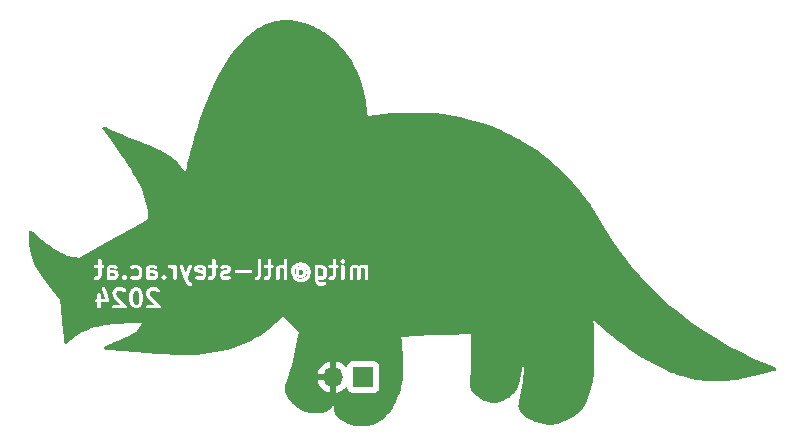
<source format=gbr>
%TF.GenerationSoftware,KiCad,Pcbnew,8.0.6+1*%
%TF.CreationDate,2024-12-11T00:22:32+00:00*%
%TF.ProjectId,Dino-Blinker,44696e6f-2d42-46c6-996e-6b65722e6b69,rev?*%
%TF.SameCoordinates,Original*%
%TF.FileFunction,Copper,L2,Bot*%
%TF.FilePolarity,Positive*%
%FSLAX46Y46*%
G04 Gerber Fmt 4.6, Leading zero omitted, Abs format (unit mm)*
G04 Created by KiCad (PCBNEW 8.0.6+1) date 2024-12-11 00:22:32*
%MOMM*%
%LPD*%
G01*
G04 APERTURE LIST*
%ADD10C,0.300000*%
%TA.AperFunction,ComponentPad*%
%ADD11R,1.700000X1.700000*%
%TD*%
%TA.AperFunction,ComponentPad*%
%ADD12O,1.700000X1.700000*%
%TD*%
G04 APERTURE END LIST*
D10*
G36*
X121894227Y-105495535D02*
G01*
X121931231Y-105532539D01*
X121984410Y-105638898D01*
X122047366Y-105890720D01*
X122047366Y-106210936D01*
X121984410Y-106462757D01*
X121931230Y-106569117D01*
X121894227Y-106606121D01*
X121804814Y-106650828D01*
X121732776Y-106650828D01*
X121643363Y-106606122D01*
X121606359Y-106569118D01*
X121553179Y-106462758D01*
X121490223Y-106210934D01*
X121490223Y-105890721D01*
X121553179Y-105638897D01*
X121606359Y-105532538D01*
X121643363Y-105495534D01*
X121732776Y-105450828D01*
X121804813Y-105450828D01*
X121894227Y-105495535D01*
G37*
G36*
X137537086Y-103580619D02*
G01*
X137574090Y-103617623D01*
X137618796Y-103707035D01*
X137618796Y-104064788D01*
X137574089Y-104154201D01*
X137537084Y-104191206D01*
X137447672Y-104235912D01*
X137232778Y-104235912D01*
X137204511Y-104221778D01*
X137204511Y-103550045D01*
X137232778Y-103535912D01*
X137447672Y-103535912D01*
X137537086Y-103580619D01*
G37*
G36*
X135921493Y-103382274D02*
G01*
X136089201Y-103494078D01*
X136201005Y-103661784D01*
X136257037Y-103885912D01*
X136201005Y-104110039D01*
X136089201Y-104277745D01*
X135921493Y-104389549D01*
X135697367Y-104445581D01*
X135473239Y-104389549D01*
X135367347Y-104318954D01*
X135369489Y-104318744D01*
X135400762Y-104305790D01*
X135409952Y-104301983D01*
X135416000Y-104305790D01*
X135558856Y-104377219D01*
X135586320Y-104387728D01*
X135591694Y-104388109D01*
X135596675Y-104390173D01*
X135625939Y-104393055D01*
X135768796Y-104393055D01*
X135798060Y-104390173D01*
X135803040Y-104388109D01*
X135808415Y-104387728D01*
X135835878Y-104377219D01*
X135978735Y-104305790D01*
X135991330Y-104297861D01*
X135994987Y-104296347D01*
X135999104Y-104292967D01*
X136003621Y-104290125D01*
X136006218Y-104287130D01*
X136017718Y-104277693D01*
X136089147Y-104206265D01*
X136098589Y-104194759D01*
X136101581Y-104192165D01*
X136104420Y-104187654D01*
X136107802Y-104183534D01*
X136109317Y-104179874D01*
X136117246Y-104167280D01*
X136188674Y-104024422D01*
X136199184Y-103996959D01*
X136199565Y-103991583D01*
X136201628Y-103986605D01*
X136204510Y-103957341D01*
X136204510Y-103814484D01*
X136201628Y-103785220D01*
X136199565Y-103780241D01*
X136199184Y-103774866D01*
X136188675Y-103747403D01*
X136117246Y-103604545D01*
X136109317Y-103591948D01*
X136107802Y-103588290D01*
X136104423Y-103584173D01*
X136101582Y-103579659D01*
X136098586Y-103577061D01*
X136089147Y-103565559D01*
X136017718Y-103494131D01*
X136006218Y-103484693D01*
X136003621Y-103481699D01*
X135999104Y-103478856D01*
X135994987Y-103475477D01*
X135991330Y-103473962D01*
X135978735Y-103466034D01*
X135835878Y-103394605D01*
X135808415Y-103384096D01*
X135803040Y-103383714D01*
X135798060Y-103381651D01*
X135768796Y-103378769D01*
X135625939Y-103378769D01*
X135596675Y-103381651D01*
X135591694Y-103383714D01*
X135586320Y-103384096D01*
X135558856Y-103394605D01*
X135509982Y-103419042D01*
X135494989Y-103404049D01*
X135461429Y-103390147D01*
X135473239Y-103382274D01*
X135697367Y-103326242D01*
X135921493Y-103382274D01*
G37*
G36*
X135822800Y-103723476D02*
G01*
X135859804Y-103760481D01*
X135904510Y-103849893D01*
X135904510Y-103921931D01*
X135859804Y-104011343D01*
X135822800Y-104048347D01*
X135733386Y-104093055D01*
X135661349Y-104093055D01*
X135571935Y-104048347D01*
X135561653Y-104038065D01*
X135561653Y-103733758D01*
X135571935Y-103723476D01*
X135661349Y-103678769D01*
X135733386Y-103678769D01*
X135822800Y-103723476D01*
G37*
G36*
X135261653Y-104000349D02*
G01*
X135237742Y-103988394D01*
X135204510Y-103921930D01*
X135204510Y-103645613D01*
X135261653Y-103559899D01*
X135261653Y-104000349D01*
G37*
G36*
X119942707Y-103997714D02*
G01*
X119975939Y-104064178D01*
X119975939Y-104136216D01*
X119942707Y-104202680D01*
X119876244Y-104235912D01*
X119589921Y-104235912D01*
X119561654Y-104221778D01*
X119561654Y-103964484D01*
X119876244Y-103964484D01*
X119942707Y-103997714D01*
G37*
G36*
X123299850Y-103997714D02*
G01*
X123333082Y-104064178D01*
X123333082Y-104136216D01*
X123299850Y-104202680D01*
X123233387Y-104235912D01*
X122947064Y-104235912D01*
X122918797Y-104221778D01*
X122918797Y-103964484D01*
X123233387Y-103964484D01*
X123299850Y-103997714D01*
G37*
G36*
X127371278Y-103569144D02*
G01*
X127404510Y-103635607D01*
X127404510Y-103702941D01*
X126997280Y-103621495D01*
X127023456Y-103569144D01*
X127089920Y-103535912D01*
X127304815Y-103535912D01*
X127371278Y-103569144D01*
G37*
G36*
X141585464Y-107117495D02*
G01*
X118026440Y-107117495D01*
X118026440Y-106271564D01*
X118264535Y-106271564D01*
X118264535Y-106330092D01*
X118286933Y-106384164D01*
X118328317Y-106425548D01*
X118382389Y-106447946D01*
X118411653Y-106450828D01*
X118475939Y-106450828D01*
X118475939Y-106800828D01*
X118478821Y-106830092D01*
X118501219Y-106884164D01*
X118542603Y-106925548D01*
X118596675Y-106947946D01*
X118655203Y-106947946D01*
X118709275Y-106925548D01*
X118750659Y-106884164D01*
X118773057Y-106830092D01*
X118775939Y-106800828D01*
X118775939Y-106450828D01*
X119340224Y-106450828D01*
X119355035Y-106449369D01*
X119358984Y-106449650D01*
X119361834Y-106448699D01*
X119369488Y-106447946D01*
X119391704Y-106438743D01*
X119414509Y-106431142D01*
X119418580Y-106427610D01*
X119423560Y-106425548D01*
X119440565Y-106408542D01*
X119458723Y-106392794D01*
X119461132Y-106387975D01*
X119464944Y-106384164D01*
X119474147Y-106361946D01*
X119484897Y-106340447D01*
X119485278Y-106335072D01*
X119487342Y-106330092D01*
X119487342Y-106306043D01*
X119489046Y-106282067D01*
X119487342Y-106274573D01*
X119487342Y-106271564D01*
X119485825Y-106267902D01*
X119482526Y-106253393D01*
X119260242Y-105586542D01*
X119761652Y-105586542D01*
X119761652Y-105729400D01*
X119763110Y-105744211D01*
X119762830Y-105748161D01*
X119764011Y-105753355D01*
X119764534Y-105758664D01*
X119766050Y-105762325D01*
X119769350Y-105776835D01*
X119840779Y-105991119D01*
X119852767Y-106017970D01*
X119856297Y-106022040D01*
X119858360Y-106027020D01*
X119877015Y-106049751D01*
X120478092Y-106650828D01*
X119911652Y-106650828D01*
X119882388Y-106653710D01*
X119828316Y-106676108D01*
X119786932Y-106717492D01*
X119764534Y-106771564D01*
X119764534Y-106830092D01*
X119786932Y-106884164D01*
X119828316Y-106925548D01*
X119882388Y-106947946D01*
X119911652Y-106950828D01*
X120840224Y-106950828D01*
X120869488Y-106947946D01*
X120900761Y-106934992D01*
X120923559Y-106925549D01*
X120964945Y-106884163D01*
X120987342Y-106830091D01*
X120987342Y-106771565D01*
X120984223Y-106764036D01*
X120980781Y-106755727D01*
X120964945Y-106717492D01*
X120946290Y-106694762D01*
X120123785Y-105872257D01*
X121190223Y-105872257D01*
X121190223Y-106229400D01*
X121190725Y-106234503D01*
X121190400Y-106236691D01*
X121192019Y-106247642D01*
X121193105Y-106258664D01*
X121193951Y-106260708D01*
X121194702Y-106265781D01*
X121266131Y-106551494D01*
X121266902Y-106553652D01*
X121266979Y-106554733D01*
X121271637Y-106566907D01*
X121276024Y-106579185D01*
X121276668Y-106580055D01*
X121277488Y-106582196D01*
X121348917Y-106725053D01*
X121356845Y-106737648D01*
X121358360Y-106741305D01*
X121361739Y-106745422D01*
X121364582Y-106749939D01*
X121367576Y-106752536D01*
X121377014Y-106764036D01*
X121448442Y-106835465D01*
X121459947Y-106844907D01*
X121462542Y-106847899D01*
X121467052Y-106850738D01*
X121471173Y-106854120D01*
X121474832Y-106855635D01*
X121487427Y-106863564D01*
X121630285Y-106934992D01*
X121657748Y-106945502D01*
X121663123Y-106945883D01*
X121668102Y-106947946D01*
X121697366Y-106950828D01*
X121840223Y-106950828D01*
X121869487Y-106947946D01*
X121874465Y-106945883D01*
X121879841Y-106945502D01*
X121907304Y-106934992D01*
X122050163Y-106863564D01*
X122062757Y-106855635D01*
X122066417Y-106854120D01*
X122070537Y-106850738D01*
X122075048Y-106847899D01*
X122077642Y-106844907D01*
X122089148Y-106835465D01*
X122160576Y-106764036D01*
X122170014Y-106752535D01*
X122173008Y-106749939D01*
X122175848Y-106745426D01*
X122179230Y-106741306D01*
X122180745Y-106737646D01*
X122188673Y-106725053D01*
X122260102Y-106582197D01*
X122260921Y-106580054D01*
X122261566Y-106579185D01*
X122265950Y-106566913D01*
X122270611Y-106554733D01*
X122270687Y-106553652D01*
X122271459Y-106551494D01*
X122342887Y-106265780D01*
X122343636Y-106260708D01*
X122344484Y-106258664D01*
X122345569Y-106247641D01*
X122347189Y-106236691D01*
X122346863Y-106234503D01*
X122347366Y-106229400D01*
X122347366Y-105872257D01*
X122346863Y-105867153D01*
X122347189Y-105864966D01*
X122345569Y-105854015D01*
X122344484Y-105842993D01*
X122343636Y-105840948D01*
X122342887Y-105835877D01*
X122280554Y-105586542D01*
X122618794Y-105586542D01*
X122618794Y-105729400D01*
X122620252Y-105744211D01*
X122619972Y-105748161D01*
X122621153Y-105753355D01*
X122621676Y-105758664D01*
X122623192Y-105762325D01*
X122626492Y-105776835D01*
X122697921Y-105991119D01*
X122709909Y-106017970D01*
X122713439Y-106022040D01*
X122715502Y-106027020D01*
X122734157Y-106049751D01*
X123335234Y-106650828D01*
X122768794Y-106650828D01*
X122739530Y-106653710D01*
X122685458Y-106676108D01*
X122644074Y-106717492D01*
X122621676Y-106771564D01*
X122621676Y-106830092D01*
X122644074Y-106884164D01*
X122685458Y-106925548D01*
X122739530Y-106947946D01*
X122768794Y-106950828D01*
X123697366Y-106950828D01*
X123726630Y-106947946D01*
X123757903Y-106934992D01*
X123780701Y-106925549D01*
X123822087Y-106884163D01*
X123844484Y-106830091D01*
X123844484Y-106771565D01*
X123841365Y-106764036D01*
X123837923Y-106755727D01*
X123822087Y-106717492D01*
X123803432Y-106694762D01*
X122971327Y-105862657D01*
X122918794Y-105705058D01*
X122918794Y-105621952D01*
X122963501Y-105532538D01*
X123000505Y-105495535D01*
X123089919Y-105450828D01*
X123376242Y-105450828D01*
X123465655Y-105495535D01*
X123519871Y-105549751D01*
X123542601Y-105568406D01*
X123596674Y-105590802D01*
X123655200Y-105590802D01*
X123709272Y-105568406D01*
X123750658Y-105527020D01*
X123773054Y-105472948D01*
X123773054Y-105414422D01*
X123750658Y-105360349D01*
X123732003Y-105337619D01*
X123660575Y-105266191D01*
X123649073Y-105256751D01*
X123646477Y-105253758D01*
X123641963Y-105250917D01*
X123637844Y-105247536D01*
X123634184Y-105246020D01*
X123621591Y-105238093D01*
X123478734Y-105166664D01*
X123451271Y-105156155D01*
X123445896Y-105155773D01*
X123440916Y-105153710D01*
X123411652Y-105150828D01*
X123054509Y-105150828D01*
X123025245Y-105153710D01*
X123020264Y-105155773D01*
X123014890Y-105156155D01*
X122987426Y-105166664D01*
X122844570Y-105238093D01*
X122831976Y-105246020D01*
X122828317Y-105247536D01*
X122824196Y-105250917D01*
X122819684Y-105253758D01*
X122817087Y-105256751D01*
X122805587Y-105266190D01*
X122734158Y-105337618D01*
X122724718Y-105349120D01*
X122721724Y-105351717D01*
X122718882Y-105356231D01*
X122715503Y-105360349D01*
X122713987Y-105364007D01*
X122706059Y-105376603D01*
X122634630Y-105519460D01*
X122624121Y-105546923D01*
X122623739Y-105552297D01*
X122621676Y-105557278D01*
X122618794Y-105586542D01*
X122280554Y-105586542D01*
X122271459Y-105550162D01*
X122270687Y-105548003D01*
X122270611Y-105546923D01*
X122265950Y-105534742D01*
X122261566Y-105522471D01*
X122260921Y-105521601D01*
X122260102Y-105519459D01*
X122188673Y-105376603D01*
X122180746Y-105364011D01*
X122179230Y-105360349D01*
X122175846Y-105356226D01*
X122173008Y-105351717D01*
X122170015Y-105349121D01*
X122160575Y-105337619D01*
X122089147Y-105266191D01*
X122077645Y-105256751D01*
X122075049Y-105253758D01*
X122070535Y-105250917D01*
X122066416Y-105247536D01*
X122062756Y-105246020D01*
X122050163Y-105238093D01*
X121907305Y-105166664D01*
X121879842Y-105156154D01*
X121874464Y-105155771D01*
X121869487Y-105153710D01*
X121840223Y-105150828D01*
X121697366Y-105150828D01*
X121668102Y-105153710D01*
X121663121Y-105155773D01*
X121657747Y-105156155D01*
X121630283Y-105166664D01*
X121487427Y-105238093D01*
X121474835Y-105246019D01*
X121471173Y-105247536D01*
X121467050Y-105250919D01*
X121462541Y-105253758D01*
X121459945Y-105256750D01*
X121448443Y-105266191D01*
X121377015Y-105337619D01*
X121367575Y-105349120D01*
X121364582Y-105351717D01*
X121361741Y-105356230D01*
X121358360Y-105360350D01*
X121356844Y-105364009D01*
X121348917Y-105376603D01*
X121277488Y-105519460D01*
X121276668Y-105521600D01*
X121276024Y-105522471D01*
X121271637Y-105534748D01*
X121266979Y-105546923D01*
X121266902Y-105548003D01*
X121266131Y-105550162D01*
X121194702Y-105835877D01*
X121193952Y-105840948D01*
X121193105Y-105842993D01*
X121192019Y-105854015D01*
X121190400Y-105864966D01*
X121190725Y-105867153D01*
X121190223Y-105872257D01*
X120123785Y-105872257D01*
X120114185Y-105862657D01*
X120061652Y-105705058D01*
X120061652Y-105621952D01*
X120106359Y-105532538D01*
X120143363Y-105495535D01*
X120232777Y-105450828D01*
X120519100Y-105450828D01*
X120608513Y-105495535D01*
X120662729Y-105549751D01*
X120685459Y-105568406D01*
X120739532Y-105590802D01*
X120798058Y-105590802D01*
X120852130Y-105568406D01*
X120893516Y-105527020D01*
X120915912Y-105472948D01*
X120915912Y-105414422D01*
X120893516Y-105360349D01*
X120874861Y-105337619D01*
X120803433Y-105266191D01*
X120791931Y-105256751D01*
X120789335Y-105253758D01*
X120784821Y-105250917D01*
X120780702Y-105247536D01*
X120777042Y-105246020D01*
X120764449Y-105238093D01*
X120621592Y-105166664D01*
X120594129Y-105156155D01*
X120588754Y-105155773D01*
X120583774Y-105153710D01*
X120554510Y-105150828D01*
X120197367Y-105150828D01*
X120168103Y-105153710D01*
X120163122Y-105155773D01*
X120157748Y-105156155D01*
X120130284Y-105166664D01*
X119987428Y-105238093D01*
X119974834Y-105246020D01*
X119971175Y-105247536D01*
X119967054Y-105250917D01*
X119962542Y-105253758D01*
X119959945Y-105256751D01*
X119948445Y-105266190D01*
X119877016Y-105337618D01*
X119867576Y-105349120D01*
X119864582Y-105351717D01*
X119861740Y-105356231D01*
X119858361Y-105360349D01*
X119856845Y-105364007D01*
X119848917Y-105376603D01*
X119777488Y-105519460D01*
X119766979Y-105546923D01*
X119766597Y-105552297D01*
X119764534Y-105557278D01*
X119761652Y-105586542D01*
X119260242Y-105586542D01*
X119125383Y-105181966D01*
X119113395Y-105155115D01*
X119075048Y-105110901D01*
X119022701Y-105084727D01*
X118964320Y-105080578D01*
X118908796Y-105099086D01*
X118864582Y-105137433D01*
X118838408Y-105189780D01*
X118834259Y-105248161D01*
X118840779Y-105276834D01*
X119132110Y-106150828D01*
X118775939Y-106150828D01*
X118775939Y-105800828D01*
X118773057Y-105771564D01*
X118750659Y-105717492D01*
X118709275Y-105676108D01*
X118655203Y-105653710D01*
X118596675Y-105653710D01*
X118542603Y-105676108D01*
X118501219Y-105717492D01*
X118478821Y-105771564D01*
X118475939Y-105800828D01*
X118475939Y-106150828D01*
X118411653Y-106150828D01*
X118382389Y-106153710D01*
X118328317Y-106176108D01*
X118286933Y-106217492D01*
X118264535Y-106271564D01*
X118026440Y-106271564D01*
X118026440Y-103356648D01*
X118193107Y-103356648D01*
X118193107Y-103415176D01*
X118215505Y-103469248D01*
X118256889Y-103510632D01*
X118310961Y-103533030D01*
X118340225Y-103535912D01*
X118547368Y-103535912D01*
X118547368Y-104136216D01*
X118514135Y-104202680D01*
X118447672Y-104235912D01*
X118340225Y-104235912D01*
X118310961Y-104238794D01*
X118256889Y-104261192D01*
X118215505Y-104302576D01*
X118193107Y-104356648D01*
X118193107Y-104415176D01*
X118215505Y-104469248D01*
X118256889Y-104510632D01*
X118310961Y-104533030D01*
X118340225Y-104535912D01*
X118483082Y-104535912D01*
X118512346Y-104533030D01*
X118517324Y-104530967D01*
X118522700Y-104530586D01*
X118550164Y-104520076D01*
X118693021Y-104448648D01*
X118697915Y-104445567D01*
X118700223Y-104444798D01*
X118703097Y-104442305D01*
X118717907Y-104432983D01*
X118730229Y-104418774D01*
X118744438Y-104406452D01*
X118753760Y-104391642D01*
X118756253Y-104388768D01*
X118757022Y-104386460D01*
X118760103Y-104381566D01*
X118831532Y-104238708D01*
X118842042Y-104211245D01*
X118842424Y-104205867D01*
X118844486Y-104200890D01*
X118847368Y-104171626D01*
X118847368Y-103600198D01*
X119261654Y-103600198D01*
X119261654Y-104385912D01*
X119264536Y-104415176D01*
X119286934Y-104469248D01*
X119328318Y-104510632D01*
X119382390Y-104533030D01*
X119440918Y-104533030D01*
X119480525Y-104516623D01*
X119487430Y-104520076D01*
X119514893Y-104530586D01*
X119520268Y-104530967D01*
X119525247Y-104533030D01*
X119554511Y-104535912D01*
X119911654Y-104535912D01*
X119940918Y-104533030D01*
X119945896Y-104530967D01*
X119951272Y-104530586D01*
X119978736Y-104520076D01*
X120121593Y-104448648D01*
X120126485Y-104445568D01*
X120128796Y-104444798D01*
X120131672Y-104442303D01*
X120146479Y-104432983D01*
X120158800Y-104418775D01*
X120173011Y-104406451D01*
X120182331Y-104391643D01*
X120184825Y-104388768D01*
X120185594Y-104386458D01*
X120188675Y-104381565D01*
X120236847Y-104285222D01*
X120550250Y-104285222D01*
X120550250Y-104343748D01*
X120552476Y-104349121D01*
X120572647Y-104397819D01*
X120572648Y-104397820D01*
X120591303Y-104420551D01*
X120662732Y-104491979D01*
X120685461Y-104510632D01*
X120685462Y-104510633D01*
X120708260Y-104520076D01*
X120739533Y-104533030D01*
X120739534Y-104533030D01*
X120739535Y-104533030D01*
X120798060Y-104533030D01*
X120798061Y-104533030D01*
X120829334Y-104520076D01*
X120852132Y-104510633D01*
X120874863Y-104491978D01*
X120946291Y-104420550D01*
X120964946Y-104397820D01*
X120987342Y-104343747D01*
X120987342Y-104316300D01*
X120987343Y-104285222D01*
X120964946Y-104231149D01*
X120946292Y-104208419D01*
X120874864Y-104136990D01*
X120852133Y-104118335D01*
X120852132Y-104118334D01*
X120820458Y-104105214D01*
X120798061Y-104095937D01*
X120739533Y-104095937D01*
X120717136Y-104105214D01*
X120685462Y-104118334D01*
X120662731Y-104136989D01*
X120591302Y-104208418D01*
X120572647Y-104231149D01*
X120552477Y-104279846D01*
X120550250Y-104285222D01*
X120236847Y-104285222D01*
X120260104Y-104238707D01*
X120270613Y-104211244D01*
X120270994Y-104205868D01*
X120273057Y-104200890D01*
X120275939Y-104171626D01*
X120275939Y-104028769D01*
X120273057Y-103999505D01*
X120270994Y-103994526D01*
X120270613Y-103989151D01*
X120260103Y-103961688D01*
X120188675Y-103818830D01*
X120185594Y-103813936D01*
X120184825Y-103811628D01*
X120182331Y-103808752D01*
X120173010Y-103793945D01*
X120158803Y-103781624D01*
X120146479Y-103767413D01*
X120131668Y-103758090D01*
X120128795Y-103755598D01*
X120126487Y-103754828D01*
X120121593Y-103751748D01*
X119978736Y-103680320D01*
X119951272Y-103669810D01*
X119945896Y-103669428D01*
X119940918Y-103667366D01*
X119911654Y-103664484D01*
X119589921Y-103664484D01*
X119561654Y-103650350D01*
X119561654Y-103635607D01*
X119594885Y-103569144D01*
X119661349Y-103535912D01*
X119876244Y-103535912D01*
X119987428Y-103591505D01*
X120014892Y-103602014D01*
X120073272Y-103606163D01*
X120128794Y-103587656D01*
X120173010Y-103549309D01*
X120199184Y-103496960D01*
X120203333Y-103438580D01*
X121262832Y-103438580D01*
X121266981Y-103496960D01*
X121293155Y-103549309D01*
X121337370Y-103587656D01*
X121392893Y-103606163D01*
X121451273Y-103602014D01*
X121478736Y-103591505D01*
X121589921Y-103535912D01*
X121804815Y-103535912D01*
X121894229Y-103580619D01*
X121931233Y-103617623D01*
X121975939Y-103707035D01*
X121975939Y-104064788D01*
X121931232Y-104154201D01*
X121894227Y-104191206D01*
X121804815Y-104235912D01*
X121589921Y-104235912D01*
X121478736Y-104180320D01*
X121451272Y-104169810D01*
X121392892Y-104165662D01*
X121337370Y-104184170D01*
X121293155Y-104222517D01*
X121266980Y-104274866D01*
X121262832Y-104333246D01*
X121281340Y-104388768D01*
X121319687Y-104432983D01*
X121344572Y-104448648D01*
X121487430Y-104520076D01*
X121514893Y-104530586D01*
X121520268Y-104530967D01*
X121525247Y-104533030D01*
X121554511Y-104535912D01*
X121840225Y-104535912D01*
X121869489Y-104533030D01*
X121874467Y-104530967D01*
X121879843Y-104530586D01*
X121907307Y-104520076D01*
X122050164Y-104448648D01*
X122062757Y-104440720D01*
X122066417Y-104439205D01*
X122070536Y-104435823D01*
X122075050Y-104432983D01*
X122077646Y-104429989D01*
X122089148Y-104420550D01*
X122160577Y-104349121D01*
X122170018Y-104337616D01*
X122173010Y-104335022D01*
X122175848Y-104330512D01*
X122179232Y-104326390D01*
X122180748Y-104322728D01*
X122188675Y-104310137D01*
X122260103Y-104167279D01*
X122270613Y-104139816D01*
X122270994Y-104134440D01*
X122273057Y-104129462D01*
X122275939Y-104100198D01*
X122275939Y-103671626D01*
X122273057Y-103642362D01*
X122270994Y-103637383D01*
X122270613Y-103632008D01*
X122260103Y-103604545D01*
X122257930Y-103600198D01*
X122618797Y-103600198D01*
X122618797Y-104385912D01*
X122621679Y-104415176D01*
X122644077Y-104469248D01*
X122685461Y-104510632D01*
X122739533Y-104533030D01*
X122798061Y-104533030D01*
X122837668Y-104516623D01*
X122844573Y-104520076D01*
X122872036Y-104530586D01*
X122877411Y-104530967D01*
X122882390Y-104533030D01*
X122911654Y-104535912D01*
X123268797Y-104535912D01*
X123298061Y-104533030D01*
X123303039Y-104530967D01*
X123308415Y-104530586D01*
X123335879Y-104520076D01*
X123478736Y-104448648D01*
X123483628Y-104445568D01*
X123485939Y-104444798D01*
X123488815Y-104442303D01*
X123503622Y-104432983D01*
X123515943Y-104418775D01*
X123530154Y-104406451D01*
X123539474Y-104391643D01*
X123541968Y-104388768D01*
X123542737Y-104386458D01*
X123545818Y-104381565D01*
X123593990Y-104285222D01*
X123907393Y-104285222D01*
X123907393Y-104343748D01*
X123909619Y-104349121D01*
X123929790Y-104397819D01*
X123929791Y-104397820D01*
X123948446Y-104420551D01*
X124019875Y-104491979D01*
X124042604Y-104510632D01*
X124042605Y-104510633D01*
X124065403Y-104520076D01*
X124096676Y-104533030D01*
X124096677Y-104533030D01*
X124096678Y-104533030D01*
X124155203Y-104533030D01*
X124155204Y-104533030D01*
X124186477Y-104520076D01*
X124209275Y-104510633D01*
X124232006Y-104491978D01*
X124303434Y-104420550D01*
X124322089Y-104397820D01*
X124344485Y-104343747D01*
X124344485Y-104316300D01*
X124344486Y-104285222D01*
X124322089Y-104231149D01*
X124303435Y-104208419D01*
X124232007Y-104136990D01*
X124209276Y-104118335D01*
X124209275Y-104118334D01*
X124177601Y-104105214D01*
X124155204Y-104095937D01*
X124096676Y-104095937D01*
X124074279Y-104105214D01*
X124042605Y-104118334D01*
X124019874Y-104136989D01*
X123948445Y-104208418D01*
X123929790Y-104231149D01*
X123909620Y-104279846D01*
X123907393Y-104285222D01*
X123593990Y-104285222D01*
X123617247Y-104238707D01*
X123627756Y-104211244D01*
X123628137Y-104205868D01*
X123630200Y-104200890D01*
X123633082Y-104171626D01*
X123633082Y-104028769D01*
X123630200Y-103999505D01*
X123628137Y-103994526D01*
X123627756Y-103989151D01*
X123617246Y-103961688D01*
X123545818Y-103818830D01*
X123542737Y-103813936D01*
X123541968Y-103811628D01*
X123539474Y-103808752D01*
X123530153Y-103793945D01*
X123515946Y-103781624D01*
X123503622Y-103767413D01*
X123488811Y-103758090D01*
X123485938Y-103755598D01*
X123483630Y-103754828D01*
X123478736Y-103751748D01*
X123335879Y-103680320D01*
X123308415Y-103669810D01*
X123303039Y-103669428D01*
X123298061Y-103667366D01*
X123268797Y-103664484D01*
X122947064Y-103664484D01*
X122918797Y-103650350D01*
X122918797Y-103635607D01*
X122952028Y-103569144D01*
X123018492Y-103535912D01*
X123233387Y-103535912D01*
X123344571Y-103591505D01*
X123372035Y-103602014D01*
X123430415Y-103606163D01*
X123485937Y-103587656D01*
X123530153Y-103549309D01*
X123556327Y-103496960D01*
X123560476Y-103438580D01*
X123541968Y-103383057D01*
X123519064Y-103356648D01*
X124478821Y-103356648D01*
X124478821Y-103415176D01*
X124501219Y-103469248D01*
X124542603Y-103510632D01*
X124596675Y-103533030D01*
X124625939Y-103535912D01*
X124733386Y-103535912D01*
X124822800Y-103580619D01*
X124859804Y-103617623D01*
X124904511Y-103707036D01*
X124904511Y-104385912D01*
X124907393Y-104415176D01*
X124929791Y-104469248D01*
X124971175Y-104510632D01*
X125025247Y-104533030D01*
X125083775Y-104533030D01*
X125137847Y-104510632D01*
X125179231Y-104469248D01*
X125201629Y-104415176D01*
X125204511Y-104385912D01*
X125204511Y-103407834D01*
X125477549Y-103407834D01*
X125484678Y-103436362D01*
X125841821Y-104436362D01*
X125843022Y-104438906D01*
X125843810Y-104441621D01*
X125986668Y-104798764D01*
X126000212Y-104824864D01*
X126000861Y-104825529D01*
X126001218Y-104826390D01*
X126019873Y-104849121D01*
X126091302Y-104920550D01*
X126102806Y-104929991D01*
X126105401Y-104932983D01*
X126109910Y-104935821D01*
X126114033Y-104939205D01*
X126117694Y-104940721D01*
X126130286Y-104948648D01*
X126273144Y-105020076D01*
X126300607Y-105030586D01*
X126358987Y-105034734D01*
X126414510Y-105016226D01*
X126458725Y-104977879D01*
X126484899Y-104925530D01*
X126489047Y-104867150D01*
X126470539Y-104811628D01*
X126432193Y-104767413D01*
X126407307Y-104751748D01*
X126286221Y-104691205D01*
X126253776Y-104658760D01*
X126143434Y-104382905D01*
X126422973Y-103600198D01*
X126690225Y-103600198D01*
X126690225Y-103743055D01*
X126693107Y-103772319D01*
X126698731Y-103785896D01*
X126701583Y-103800313D01*
X126709821Y-103812670D01*
X126715505Y-103826391D01*
X126725897Y-103836783D01*
X126734048Y-103849009D01*
X126746386Y-103857272D01*
X126756889Y-103867775D01*
X126770465Y-103873398D01*
X126782677Y-103881577D01*
X126810808Y-103890142D01*
X126810959Y-103890172D01*
X126810961Y-103890173D01*
X126810963Y-103890173D01*
X127404510Y-104008882D01*
X127404510Y-104136216D01*
X127371278Y-104202680D01*
X127304815Y-104235912D01*
X127089920Y-104235912D01*
X126978735Y-104180320D01*
X126951271Y-104169810D01*
X126892891Y-104165662D01*
X126837369Y-104184170D01*
X126793154Y-104222517D01*
X126766979Y-104274866D01*
X126762831Y-104333246D01*
X126781339Y-104388768D01*
X126819686Y-104432983D01*
X126844571Y-104448648D01*
X126987429Y-104520076D01*
X127014892Y-104530586D01*
X127020267Y-104530967D01*
X127025246Y-104533030D01*
X127054510Y-104535912D01*
X127340225Y-104535912D01*
X127369489Y-104533030D01*
X127374467Y-104530967D01*
X127379843Y-104530586D01*
X127407307Y-104520076D01*
X127550164Y-104448648D01*
X127555056Y-104445568D01*
X127557367Y-104444798D01*
X127560243Y-104442303D01*
X127575050Y-104432983D01*
X127587371Y-104418775D01*
X127601582Y-104406451D01*
X127610902Y-104391643D01*
X127613396Y-104388768D01*
X127614165Y-104386458D01*
X127617246Y-104381565D01*
X127688675Y-104238707D01*
X127699184Y-104211244D01*
X127699565Y-104205868D01*
X127701628Y-104200890D01*
X127704510Y-104171626D01*
X127704510Y-103886073D01*
X127704511Y-103886069D01*
X127704510Y-103886063D01*
X127704510Y-103600198D01*
X127701628Y-103570934D01*
X127699565Y-103565955D01*
X127699184Y-103560580D01*
X127688674Y-103533117D01*
X127617246Y-103390259D01*
X127614165Y-103385365D01*
X127613396Y-103383057D01*
X127610902Y-103380181D01*
X127601581Y-103365374D01*
X127591519Y-103356648D01*
X127835964Y-103356648D01*
X127835964Y-103415176D01*
X127858362Y-103469248D01*
X127899746Y-103510632D01*
X127953818Y-103533030D01*
X127983082Y-103535912D01*
X128190225Y-103535912D01*
X128190225Y-104136216D01*
X128156992Y-104202680D01*
X128090529Y-104235912D01*
X127983082Y-104235912D01*
X127953818Y-104238794D01*
X127899746Y-104261192D01*
X127858362Y-104302576D01*
X127835964Y-104356648D01*
X127835964Y-104415176D01*
X127858362Y-104469248D01*
X127899746Y-104510632D01*
X127953818Y-104533030D01*
X127983082Y-104535912D01*
X128125939Y-104535912D01*
X128155203Y-104533030D01*
X128160181Y-104530967D01*
X128165557Y-104530586D01*
X128193021Y-104520076D01*
X128335878Y-104448648D01*
X128340772Y-104445567D01*
X128343080Y-104444798D01*
X128345954Y-104442305D01*
X128360764Y-104432983D01*
X128373086Y-104418774D01*
X128387295Y-104406452D01*
X128396617Y-104391642D01*
X128399110Y-104388768D01*
X128399879Y-104386460D01*
X128402960Y-104381566D01*
X128474389Y-104238708D01*
X128484899Y-104211245D01*
X128485281Y-104205867D01*
X128487343Y-104200890D01*
X128490225Y-104171626D01*
X128490225Y-104100198D01*
X128833082Y-104100198D01*
X128833082Y-104171626D01*
X128835964Y-104200890D01*
X128838025Y-104205867D01*
X128838408Y-104211245D01*
X128848918Y-104238708D01*
X128920347Y-104381566D01*
X128923427Y-104386460D01*
X128924197Y-104388768D01*
X128926689Y-104391641D01*
X128936012Y-104406452D01*
X128950223Y-104418776D01*
X128962544Y-104432983D01*
X128977351Y-104442304D01*
X128980227Y-104444798D01*
X128982535Y-104445567D01*
X128987429Y-104448648D01*
X129130287Y-104520076D01*
X129157750Y-104530586D01*
X129163125Y-104530967D01*
X129168104Y-104533030D01*
X129197368Y-104535912D01*
X129483082Y-104535912D01*
X129512346Y-104533030D01*
X129517324Y-104530967D01*
X129522700Y-104530586D01*
X129550164Y-104520076D01*
X129693021Y-104448648D01*
X129717907Y-104432983D01*
X129756253Y-104388768D01*
X129763459Y-104367150D01*
X131834260Y-104367150D01*
X131838408Y-104425530D01*
X131864583Y-104477879D01*
X131908798Y-104516226D01*
X131964320Y-104534734D01*
X132022700Y-104530586D01*
X132050164Y-104520076D01*
X132193021Y-104448648D01*
X132197915Y-104445567D01*
X132200223Y-104444798D01*
X132203097Y-104442305D01*
X132217907Y-104432983D01*
X132230229Y-104418774D01*
X132244438Y-104406452D01*
X132253760Y-104391642D01*
X132256253Y-104388768D01*
X132257022Y-104386460D01*
X132260103Y-104381566D01*
X132331532Y-104238708D01*
X132342042Y-104211245D01*
X132342424Y-104205867D01*
X132344486Y-104200890D01*
X132347368Y-104171626D01*
X132347368Y-103356648D01*
X132550250Y-103356648D01*
X132550250Y-103415176D01*
X132572648Y-103469248D01*
X132614032Y-103510632D01*
X132668104Y-103533030D01*
X132697368Y-103535912D01*
X132904511Y-103535912D01*
X132904511Y-104136216D01*
X132871278Y-104202680D01*
X132804815Y-104235912D01*
X132697368Y-104235912D01*
X132668104Y-104238794D01*
X132614032Y-104261192D01*
X132572648Y-104302576D01*
X132550250Y-104356648D01*
X132550250Y-104415176D01*
X132572648Y-104469248D01*
X132614032Y-104510632D01*
X132668104Y-104533030D01*
X132697368Y-104535912D01*
X132840225Y-104535912D01*
X132869489Y-104533030D01*
X132874467Y-104530967D01*
X132879843Y-104530586D01*
X132907307Y-104520076D01*
X133050164Y-104448648D01*
X133055058Y-104445567D01*
X133057366Y-104444798D01*
X133060240Y-104442305D01*
X133075050Y-104432983D01*
X133087372Y-104418774D01*
X133101581Y-104406452D01*
X133110903Y-104391642D01*
X133113396Y-104388768D01*
X133114165Y-104386460D01*
X133117246Y-104381566D01*
X133188675Y-104238708D01*
X133199185Y-104211245D01*
X133199567Y-104205867D01*
X133201629Y-104200890D01*
X133204511Y-104171626D01*
X133204511Y-103600198D01*
X133618797Y-103600198D01*
X133618797Y-104385912D01*
X133621679Y-104415176D01*
X133644077Y-104469248D01*
X133685461Y-104510632D01*
X133739533Y-104533030D01*
X133798061Y-104533030D01*
X133852133Y-104510632D01*
X133893517Y-104469248D01*
X133915915Y-104415176D01*
X133918797Y-104385912D01*
X133918797Y-103635607D01*
X133952028Y-103569144D01*
X134018492Y-103535912D01*
X134161958Y-103535912D01*
X134251372Y-103580619D01*
X134261654Y-103590901D01*
X134261654Y-104385912D01*
X134264536Y-104415176D01*
X134286934Y-104469248D01*
X134328318Y-104510632D01*
X134382390Y-104533030D01*
X134440918Y-104533030D01*
X134494990Y-104510632D01*
X134536374Y-104469248D01*
X134558772Y-104415176D01*
X134561654Y-104385912D01*
X134561654Y-103600198D01*
X134904510Y-103600198D01*
X134904510Y-103957341D01*
X134907392Y-103986605D01*
X134909455Y-103991585D01*
X134909837Y-103996960D01*
X134920346Y-104024423D01*
X134991775Y-104167280D01*
X134994855Y-104172174D01*
X134995625Y-104174482D01*
X134998117Y-104177355D01*
X135007440Y-104192166D01*
X135021651Y-104204490D01*
X135033972Y-104218697D01*
X135048779Y-104228018D01*
X135051655Y-104230512D01*
X135053963Y-104231281D01*
X135058857Y-104234362D01*
X135116349Y-104263107D01*
X135091191Y-104279956D01*
X135058726Y-104328655D01*
X135047368Y-104386069D01*
X135058846Y-104443459D01*
X135091412Y-104492089D01*
X135114163Y-104510719D01*
X135328448Y-104653577D01*
X135344600Y-104662188D01*
X135347581Y-104664397D01*
X135351102Y-104665654D01*
X135354396Y-104667411D01*
X135358029Y-104668129D01*
X135375273Y-104674290D01*
X135660987Y-104745719D01*
X135690076Y-104750021D01*
X135697367Y-104748935D01*
X135704659Y-104750021D01*
X135733749Y-104745719D01*
X136019462Y-104674290D01*
X136036703Y-104668130D01*
X136040339Y-104667411D01*
X136043634Y-104665654D01*
X136047153Y-104664397D01*
X136050130Y-104662190D01*
X136066287Y-104653577D01*
X136280573Y-104510719D01*
X136303324Y-104492089D01*
X136303413Y-104491954D01*
X136303545Y-104491867D01*
X136322176Y-104469117D01*
X136465033Y-104254831D01*
X136473648Y-104238671D01*
X136475853Y-104235697D01*
X136477108Y-104232183D01*
X136478868Y-104228883D01*
X136479588Y-104225241D01*
X136485746Y-104208006D01*
X136557174Y-103922292D01*
X136561476Y-103893203D01*
X136560390Y-103885912D01*
X136561476Y-103878621D01*
X136557174Y-103849532D01*
X136485746Y-103563818D01*
X136479588Y-103546582D01*
X136478868Y-103542941D01*
X136477108Y-103539640D01*
X136475853Y-103536127D01*
X136473648Y-103533152D01*
X136465033Y-103516993D01*
X136377646Y-103385912D01*
X136904511Y-103385912D01*
X136904511Y-104600198D01*
X136907393Y-104629462D01*
X136909455Y-104634440D01*
X136909837Y-104639816D01*
X136920347Y-104667280D01*
X136991775Y-104810137D01*
X136999702Y-104822730D01*
X137001218Y-104826390D01*
X137004599Y-104830509D01*
X137007440Y-104835023D01*
X137010433Y-104837619D01*
X137019873Y-104849121D01*
X137091302Y-104920550D01*
X137102806Y-104929991D01*
X137105401Y-104932983D01*
X137109910Y-104935821D01*
X137114033Y-104939205D01*
X137117694Y-104940721D01*
X137130286Y-104948648D01*
X137273144Y-105020076D01*
X137300607Y-105030586D01*
X137305982Y-105030967D01*
X137310961Y-105033030D01*
X137340225Y-105035912D01*
X137554511Y-105035912D01*
X137583775Y-105033030D01*
X137588753Y-105030967D01*
X137594129Y-105030586D01*
X137621593Y-105020076D01*
X137764450Y-104948648D01*
X137789336Y-104932983D01*
X137827682Y-104888768D01*
X137846190Y-104833246D01*
X137842042Y-104774866D01*
X137815868Y-104722517D01*
X137771653Y-104684170D01*
X137716130Y-104665662D01*
X137657750Y-104669810D01*
X137630287Y-104680320D01*
X137519101Y-104735912D01*
X137375635Y-104735912D01*
X137286221Y-104691205D01*
X137249216Y-104654200D01*
X137204511Y-104564788D01*
X137204511Y-104535912D01*
X137483082Y-104535912D01*
X137512346Y-104533030D01*
X137517324Y-104530967D01*
X137522700Y-104530586D01*
X137550164Y-104520076D01*
X137693021Y-104448648D01*
X137705614Y-104440720D01*
X137709274Y-104439205D01*
X137713393Y-104435823D01*
X137717907Y-104432983D01*
X137720503Y-104429989D01*
X137732005Y-104420550D01*
X137803434Y-104349121D01*
X137812875Y-104337616D01*
X137815867Y-104335022D01*
X137818705Y-104330512D01*
X137822089Y-104326390D01*
X137823605Y-104322728D01*
X137831532Y-104310137D01*
X137902960Y-104167279D01*
X137913470Y-104139816D01*
X137913851Y-104134440D01*
X137915914Y-104129462D01*
X137918796Y-104100198D01*
X137918796Y-103671626D01*
X137915914Y-103642362D01*
X137913851Y-103637383D01*
X137913470Y-103632008D01*
X137902960Y-103604545D01*
X137831532Y-103461687D01*
X137823603Y-103449092D01*
X137822088Y-103445433D01*
X137818706Y-103441312D01*
X137815867Y-103436802D01*
X137812875Y-103434207D01*
X137803433Y-103422702D01*
X137737378Y-103356648D01*
X138050250Y-103356648D01*
X138050250Y-103415176D01*
X138072648Y-103469248D01*
X138114032Y-103510632D01*
X138168104Y-103533030D01*
X138197368Y-103535912D01*
X138404511Y-103535912D01*
X138404511Y-104136216D01*
X138371278Y-104202680D01*
X138304815Y-104235912D01*
X138197368Y-104235912D01*
X138168104Y-104238794D01*
X138114032Y-104261192D01*
X138072648Y-104302576D01*
X138050250Y-104356648D01*
X138050250Y-104415176D01*
X138072648Y-104469248D01*
X138114032Y-104510632D01*
X138168104Y-104533030D01*
X138197368Y-104535912D01*
X138340225Y-104535912D01*
X138369489Y-104533030D01*
X138374467Y-104530967D01*
X138379843Y-104530586D01*
X138407307Y-104520076D01*
X138550164Y-104448648D01*
X138555058Y-104445567D01*
X138557366Y-104444798D01*
X138560240Y-104442305D01*
X138575050Y-104432983D01*
X138587372Y-104418774D01*
X138601581Y-104406452D01*
X138610903Y-104391642D01*
X138613396Y-104388768D01*
X138614165Y-104386460D01*
X138617246Y-104381566D01*
X138688675Y-104238708D01*
X138699185Y-104211245D01*
X138699567Y-104205867D01*
X138701629Y-104200890D01*
X138704511Y-104171626D01*
X138704511Y-103535912D01*
X138768796Y-103535912D01*
X138798060Y-103533030D01*
X138852132Y-103510632D01*
X138893516Y-103469248D01*
X138915914Y-103415176D01*
X138915914Y-103385912D01*
X139118797Y-103385912D01*
X139118797Y-104385912D01*
X139121679Y-104415176D01*
X139144077Y-104469248D01*
X139185461Y-104510632D01*
X139239533Y-104533030D01*
X139298061Y-104533030D01*
X139352133Y-104510632D01*
X139393517Y-104469248D01*
X139415915Y-104415176D01*
X139418797Y-104385912D01*
X139418797Y-103600198D01*
X139833082Y-103600198D01*
X139833082Y-104385912D01*
X139835964Y-104415176D01*
X139858362Y-104469248D01*
X139899746Y-104510632D01*
X139953818Y-104533030D01*
X140012346Y-104533030D01*
X140066418Y-104510632D01*
X140107802Y-104469248D01*
X140130200Y-104415176D01*
X140133082Y-104385912D01*
X140133082Y-103635608D01*
X140166314Y-103569143D01*
X140232778Y-103535912D01*
X140376244Y-103535912D01*
X140442708Y-103569144D01*
X140475940Y-103635608D01*
X140475940Y-104385912D01*
X140478822Y-104415176D01*
X140501220Y-104469248D01*
X140542604Y-104510632D01*
X140596676Y-104533030D01*
X140655204Y-104533030D01*
X140709276Y-104510632D01*
X140750660Y-104469248D01*
X140773058Y-104415176D01*
X140775940Y-104385912D01*
X140775940Y-103635607D01*
X140809171Y-103569144D01*
X140875635Y-103535912D01*
X141019101Y-103535912D01*
X141108515Y-103580619D01*
X141118797Y-103590901D01*
X141118797Y-104385912D01*
X141121679Y-104415176D01*
X141144077Y-104469248D01*
X141185461Y-104510632D01*
X141239533Y-104533030D01*
X141298061Y-104533030D01*
X141352133Y-104510632D01*
X141393517Y-104469248D01*
X141415915Y-104415176D01*
X141418797Y-104385912D01*
X141418797Y-103385912D01*
X141415915Y-103356648D01*
X141393517Y-103302576D01*
X141352133Y-103261192D01*
X141298061Y-103238794D01*
X141239533Y-103238794D01*
X141185461Y-103261192D01*
X141170467Y-103276185D01*
X141121593Y-103251748D01*
X141094130Y-103241239D01*
X141088755Y-103240857D01*
X141083775Y-103238794D01*
X141054511Y-103235912D01*
X140840225Y-103235912D01*
X140810961Y-103238794D01*
X140805980Y-103240857D01*
X140800606Y-103241239D01*
X140773142Y-103251748D01*
X140630286Y-103323177D01*
X140625939Y-103325912D01*
X140621593Y-103323177D01*
X140478736Y-103251748D01*
X140451273Y-103241239D01*
X140445898Y-103240857D01*
X140440918Y-103238794D01*
X140411654Y-103235912D01*
X140197368Y-103235912D01*
X140168104Y-103238794D01*
X140163123Y-103240857D01*
X140157749Y-103241239D01*
X140130285Y-103251748D01*
X139987429Y-103323177D01*
X139982534Y-103326257D01*
X139980227Y-103327027D01*
X139977352Y-103329519D01*
X139962543Y-103338842D01*
X139950219Y-103353051D01*
X139936012Y-103365373D01*
X139926692Y-103380178D01*
X139924196Y-103383057D01*
X139923425Y-103385368D01*
X139920347Y-103390259D01*
X139848918Y-103533116D01*
X139838409Y-103560579D01*
X139838027Y-103565953D01*
X139835964Y-103570934D01*
X139833082Y-103600198D01*
X139418797Y-103600198D01*
X139418797Y-103385912D01*
X139415915Y-103356648D01*
X139393517Y-103302576D01*
X139352133Y-103261192D01*
X139298061Y-103238794D01*
X139239533Y-103238794D01*
X139185461Y-103261192D01*
X139144077Y-103302576D01*
X139121679Y-103356648D01*
X139118797Y-103385912D01*
X138915914Y-103385912D01*
X138915914Y-103356648D01*
X138893516Y-103302576D01*
X138852132Y-103261192D01*
X138798060Y-103238794D01*
X138768796Y-103235912D01*
X138704511Y-103235912D01*
X138704511Y-102928079D01*
X139050250Y-102928079D01*
X139050250Y-102986605D01*
X139052476Y-102991978D01*
X139072647Y-103040676D01*
X139072648Y-103040677D01*
X139091303Y-103063408D01*
X139162732Y-103134836D01*
X139185461Y-103153489D01*
X139185462Y-103153490D01*
X139211645Y-103164335D01*
X139239533Y-103175887D01*
X139239534Y-103175887D01*
X139239535Y-103175887D01*
X139298060Y-103175887D01*
X139298061Y-103175887D01*
X139325949Y-103164335D01*
X139352132Y-103153490D01*
X139374863Y-103134835D01*
X139446291Y-103063407D01*
X139464946Y-103040677D01*
X139487342Y-102986604D01*
X139487342Y-102969246D01*
X139487343Y-102928079D01*
X139464946Y-102874006D01*
X139446292Y-102851276D01*
X139374864Y-102779847D01*
X139352133Y-102761192D01*
X139352132Y-102761191D01*
X139320458Y-102748071D01*
X139298061Y-102738794D01*
X139239533Y-102738794D01*
X139217136Y-102748071D01*
X139185462Y-102761191D01*
X139162731Y-102779846D01*
X139091302Y-102851275D01*
X139072647Y-102874006D01*
X139052477Y-102922703D01*
X139050250Y-102928079D01*
X138704511Y-102928079D01*
X138704511Y-102885912D01*
X138701629Y-102856648D01*
X138679231Y-102802576D01*
X138637847Y-102761192D01*
X138583775Y-102738794D01*
X138525247Y-102738794D01*
X138471175Y-102761192D01*
X138429791Y-102802576D01*
X138407393Y-102856648D01*
X138404511Y-102885912D01*
X138404511Y-103235912D01*
X138197368Y-103235912D01*
X138168104Y-103238794D01*
X138114032Y-103261192D01*
X138072648Y-103302576D01*
X138050250Y-103356648D01*
X137737378Y-103356648D01*
X137732004Y-103351274D01*
X137720504Y-103341836D01*
X137717907Y-103338842D01*
X137713390Y-103335999D01*
X137709273Y-103332620D01*
X137705616Y-103331105D01*
X137693021Y-103323177D01*
X137550164Y-103251748D01*
X137522701Y-103241239D01*
X137517326Y-103240857D01*
X137512346Y-103238794D01*
X137483082Y-103235912D01*
X137197368Y-103235912D01*
X137168104Y-103238794D01*
X137163123Y-103240857D01*
X137157749Y-103241239D01*
X137130285Y-103251748D01*
X137123381Y-103255199D01*
X137083775Y-103238794D01*
X137025247Y-103238794D01*
X136971175Y-103261192D01*
X136929791Y-103302576D01*
X136907393Y-103356648D01*
X136904511Y-103385912D01*
X136377646Y-103385912D01*
X136322176Y-103302707D01*
X136303545Y-103279957D01*
X136303413Y-103279869D01*
X136303324Y-103279735D01*
X136280573Y-103261105D01*
X136066287Y-103118247D01*
X136050130Y-103109633D01*
X136047153Y-103107427D01*
X136043634Y-103106169D01*
X136040339Y-103104413D01*
X136036703Y-103103693D01*
X136019462Y-103097534D01*
X135733749Y-103026105D01*
X135704659Y-103021803D01*
X135697367Y-103022888D01*
X135690076Y-103021803D01*
X135660987Y-103026105D01*
X135375273Y-103097534D01*
X135358029Y-103103694D01*
X135354396Y-103104413D01*
X135351102Y-103106169D01*
X135347581Y-103107427D01*
X135344600Y-103109635D01*
X135328448Y-103118247D01*
X135114163Y-103261105D01*
X135091412Y-103279735D01*
X135091323Y-103279867D01*
X135091191Y-103279956D01*
X135072561Y-103302707D01*
X134929703Y-103516993D01*
X134915868Y-103542940D01*
X134913016Y-103557356D01*
X134907392Y-103570934D01*
X134904510Y-103600198D01*
X134561654Y-103600198D01*
X134561654Y-102885912D01*
X134558772Y-102856648D01*
X134536374Y-102802576D01*
X134494990Y-102761192D01*
X134440918Y-102738794D01*
X134382390Y-102738794D01*
X134328318Y-102761192D01*
X134286934Y-102802576D01*
X134264536Y-102856648D01*
X134261654Y-102885912D01*
X134261654Y-103250678D01*
X134236987Y-103241239D01*
X134231612Y-103240857D01*
X134226632Y-103238794D01*
X134197368Y-103235912D01*
X133983082Y-103235912D01*
X133953818Y-103238794D01*
X133948837Y-103240857D01*
X133943463Y-103241239D01*
X133915999Y-103251748D01*
X133773143Y-103323177D01*
X133768248Y-103326257D01*
X133765941Y-103327027D01*
X133763066Y-103329519D01*
X133748257Y-103338842D01*
X133735933Y-103353051D01*
X133721726Y-103365373D01*
X133712406Y-103380178D01*
X133709910Y-103383057D01*
X133709139Y-103385368D01*
X133706061Y-103390259D01*
X133634633Y-103533116D01*
X133624123Y-103560580D01*
X133623741Y-103565955D01*
X133621679Y-103570934D01*
X133618797Y-103600198D01*
X133204511Y-103600198D01*
X133204511Y-103535912D01*
X133268796Y-103535912D01*
X133298060Y-103533030D01*
X133352132Y-103510632D01*
X133393516Y-103469248D01*
X133415914Y-103415176D01*
X133415914Y-103356648D01*
X133393516Y-103302576D01*
X133352132Y-103261192D01*
X133298060Y-103238794D01*
X133268796Y-103235912D01*
X133204511Y-103235912D01*
X133204511Y-102885912D01*
X133201629Y-102856648D01*
X133179231Y-102802576D01*
X133137847Y-102761192D01*
X133083775Y-102738794D01*
X133025247Y-102738794D01*
X132971175Y-102761192D01*
X132929791Y-102802576D01*
X132907393Y-102856648D01*
X132904511Y-102885912D01*
X132904511Y-103235912D01*
X132697368Y-103235912D01*
X132668104Y-103238794D01*
X132614032Y-103261192D01*
X132572648Y-103302576D01*
X132550250Y-103356648D01*
X132347368Y-103356648D01*
X132347368Y-102885912D01*
X132344486Y-102856648D01*
X132322088Y-102802576D01*
X132280704Y-102761192D01*
X132226632Y-102738794D01*
X132168104Y-102738794D01*
X132114032Y-102761192D01*
X132072648Y-102802576D01*
X132050250Y-102856648D01*
X132047368Y-102885912D01*
X132047368Y-104136216D01*
X132014135Y-104202680D01*
X131916000Y-104251748D01*
X131891115Y-104267413D01*
X131852768Y-104311628D01*
X131834260Y-104367150D01*
X129763459Y-104367150D01*
X129774761Y-104333246D01*
X129770613Y-104274866D01*
X129744439Y-104222517D01*
X129700224Y-104184170D01*
X129644701Y-104165662D01*
X129586321Y-104169810D01*
X129558858Y-104180320D01*
X129447672Y-104235912D01*
X129232778Y-104235912D01*
X129166314Y-104202680D01*
X129133082Y-104136216D01*
X129133082Y-104135608D01*
X129166314Y-104069143D01*
X129232778Y-104035912D01*
X129411654Y-104035912D01*
X129440918Y-104033030D01*
X129445896Y-104030967D01*
X129451272Y-104030586D01*
X129478736Y-104020076D01*
X129621593Y-103948648D01*
X129626485Y-103945568D01*
X129628796Y-103944798D01*
X129631672Y-103942303D01*
X129646479Y-103932983D01*
X129658800Y-103918775D01*
X129673011Y-103906451D01*
X129682331Y-103891643D01*
X129684825Y-103888768D01*
X129685594Y-103886458D01*
X129688675Y-103881565D01*
X129736848Y-103785220D01*
X130121679Y-103785220D01*
X130121679Y-103843748D01*
X130144077Y-103897820D01*
X130185461Y-103939204D01*
X130239533Y-103961602D01*
X130268797Y-103964484D01*
X131411654Y-103964484D01*
X131440918Y-103961602D01*
X131494990Y-103939204D01*
X131536374Y-103897820D01*
X131558772Y-103843748D01*
X131558772Y-103785220D01*
X131536374Y-103731148D01*
X131494990Y-103689764D01*
X131440918Y-103667366D01*
X131411654Y-103664484D01*
X130268797Y-103664484D01*
X130239533Y-103667366D01*
X130185461Y-103689764D01*
X130144077Y-103731148D01*
X130121679Y-103785220D01*
X129736848Y-103785220D01*
X129760104Y-103738707D01*
X129770613Y-103711244D01*
X129770994Y-103705868D01*
X129773057Y-103700890D01*
X129775939Y-103671626D01*
X129775939Y-103600198D01*
X129773057Y-103570934D01*
X129770994Y-103565955D01*
X129770613Y-103560580D01*
X129760103Y-103533117D01*
X129688675Y-103390259D01*
X129685594Y-103385365D01*
X129684825Y-103383057D01*
X129682331Y-103380181D01*
X129673010Y-103365374D01*
X129658803Y-103353053D01*
X129646479Y-103338842D01*
X129631668Y-103329519D01*
X129628795Y-103327027D01*
X129626487Y-103326257D01*
X129621593Y-103323177D01*
X129478736Y-103251748D01*
X129451273Y-103241239D01*
X129445898Y-103240857D01*
X129440918Y-103238794D01*
X129411654Y-103235912D01*
X129197368Y-103235912D01*
X129168104Y-103238794D01*
X129163123Y-103240857D01*
X129157749Y-103241239D01*
X129130285Y-103251748D01*
X128987429Y-103323177D01*
X128962543Y-103338842D01*
X128924196Y-103383057D01*
X128905689Y-103438580D01*
X128909838Y-103496960D01*
X128936012Y-103549309D01*
X128980227Y-103587656D01*
X129035750Y-103606163D01*
X129094130Y-103602014D01*
X129121593Y-103591505D01*
X129232778Y-103535912D01*
X129376244Y-103535912D01*
X129442707Y-103569144D01*
X129475939Y-103635607D01*
X129475939Y-103636216D01*
X129442707Y-103702680D01*
X129376244Y-103735912D01*
X129197368Y-103735912D01*
X129168104Y-103738794D01*
X129163123Y-103740857D01*
X129157749Y-103741239D01*
X129130285Y-103751748D01*
X128987429Y-103823177D01*
X128982534Y-103826257D01*
X128980227Y-103827027D01*
X128977352Y-103829519D01*
X128962543Y-103838842D01*
X128950219Y-103853051D01*
X128936012Y-103865373D01*
X128926692Y-103880178D01*
X128924196Y-103883057D01*
X128923425Y-103885368D01*
X128920347Y-103890259D01*
X128848918Y-104033116D01*
X128838409Y-104060579D01*
X128838027Y-104065953D01*
X128835964Y-104070934D01*
X128833082Y-104100198D01*
X128490225Y-104100198D01*
X128490225Y-103535912D01*
X128554510Y-103535912D01*
X128583774Y-103533030D01*
X128637846Y-103510632D01*
X128679230Y-103469248D01*
X128701628Y-103415176D01*
X128701628Y-103356648D01*
X128679230Y-103302576D01*
X128637846Y-103261192D01*
X128583774Y-103238794D01*
X128554510Y-103235912D01*
X128490225Y-103235912D01*
X128490225Y-102885912D01*
X128487343Y-102856648D01*
X128464945Y-102802576D01*
X128423561Y-102761192D01*
X128369489Y-102738794D01*
X128310961Y-102738794D01*
X128256889Y-102761192D01*
X128215505Y-102802576D01*
X128193107Y-102856648D01*
X128190225Y-102885912D01*
X128190225Y-103235912D01*
X127983082Y-103235912D01*
X127953818Y-103238794D01*
X127899746Y-103261192D01*
X127858362Y-103302576D01*
X127835964Y-103356648D01*
X127591519Y-103356648D01*
X127587374Y-103353053D01*
X127575050Y-103338842D01*
X127560239Y-103329519D01*
X127557366Y-103327027D01*
X127555058Y-103326257D01*
X127550164Y-103323177D01*
X127407307Y-103251748D01*
X127379844Y-103241239D01*
X127374469Y-103240857D01*
X127369489Y-103238794D01*
X127340225Y-103235912D01*
X127054510Y-103235912D01*
X127025246Y-103238794D01*
X127020265Y-103240857D01*
X127014891Y-103241239D01*
X126987427Y-103251748D01*
X126844571Y-103323177D01*
X126839676Y-103326257D01*
X126837369Y-103327027D01*
X126834494Y-103329519D01*
X126819685Y-103338842D01*
X126807361Y-103353051D01*
X126793154Y-103365373D01*
X126783834Y-103380178D01*
X126781338Y-103383057D01*
X126780567Y-103385368D01*
X126777489Y-103390259D01*
X126706061Y-103533116D01*
X126695551Y-103560580D01*
X126695169Y-103565955D01*
X126693107Y-103570934D01*
X126690225Y-103600198D01*
X126422973Y-103600198D01*
X126481486Y-103436363D01*
X126488615Y-103407834D01*
X126485708Y-103349379D01*
X126460654Y-103296487D01*
X126417265Y-103257207D01*
X126362147Y-103237522D01*
X126303692Y-103240429D01*
X126250800Y-103265483D01*
X126211520Y-103308872D01*
X126198964Y-103335462D01*
X125983082Y-103939931D01*
X125767200Y-103335462D01*
X125754644Y-103308872D01*
X125715364Y-103265483D01*
X125662472Y-103240429D01*
X125604017Y-103237522D01*
X125548899Y-103257207D01*
X125505510Y-103296487D01*
X125480456Y-103349379D01*
X125477549Y-103407834D01*
X125204511Y-103407834D01*
X125204511Y-103385912D01*
X125201629Y-103356648D01*
X125179231Y-103302576D01*
X125137847Y-103261192D01*
X125083775Y-103238794D01*
X125025247Y-103238794D01*
X124971175Y-103261192D01*
X124932372Y-103299995D01*
X124835878Y-103251748D01*
X124808415Y-103241238D01*
X124803037Y-103240855D01*
X124798060Y-103238794D01*
X124768796Y-103235912D01*
X124625939Y-103235912D01*
X124596675Y-103238794D01*
X124542603Y-103261192D01*
X124501219Y-103302576D01*
X124478821Y-103356648D01*
X123519064Y-103356648D01*
X123503622Y-103338842D01*
X123478736Y-103323177D01*
X123335879Y-103251748D01*
X123308416Y-103241239D01*
X123303041Y-103240857D01*
X123298061Y-103238794D01*
X123268797Y-103235912D01*
X122983082Y-103235912D01*
X122953818Y-103238794D01*
X122948837Y-103240857D01*
X122943463Y-103241239D01*
X122915999Y-103251748D01*
X122773143Y-103323177D01*
X122768248Y-103326257D01*
X122765941Y-103327027D01*
X122763066Y-103329519D01*
X122748257Y-103338842D01*
X122735933Y-103353051D01*
X122721726Y-103365373D01*
X122712406Y-103380178D01*
X122709910Y-103383057D01*
X122709139Y-103385368D01*
X122706061Y-103390259D01*
X122634633Y-103533116D01*
X122624123Y-103560580D01*
X122623741Y-103565955D01*
X122621679Y-103570934D01*
X122618797Y-103600198D01*
X122257930Y-103600198D01*
X122188675Y-103461687D01*
X122180746Y-103449092D01*
X122179231Y-103445433D01*
X122175849Y-103441312D01*
X122173010Y-103436802D01*
X122170018Y-103434207D01*
X122160576Y-103422702D01*
X122089147Y-103351274D01*
X122077647Y-103341836D01*
X122075050Y-103338842D01*
X122070533Y-103335999D01*
X122066416Y-103332620D01*
X122062759Y-103331105D01*
X122050164Y-103323177D01*
X121907307Y-103251748D01*
X121879844Y-103241239D01*
X121874469Y-103240857D01*
X121869489Y-103238794D01*
X121840225Y-103235912D01*
X121554511Y-103235912D01*
X121525247Y-103238794D01*
X121520266Y-103240857D01*
X121514892Y-103241239D01*
X121487428Y-103251748D01*
X121344572Y-103323177D01*
X121319686Y-103338842D01*
X121281339Y-103383057D01*
X121262832Y-103438580D01*
X120203333Y-103438580D01*
X120184825Y-103383057D01*
X120146479Y-103338842D01*
X120121593Y-103323177D01*
X119978736Y-103251748D01*
X119951273Y-103241239D01*
X119945898Y-103240857D01*
X119940918Y-103238794D01*
X119911654Y-103235912D01*
X119625939Y-103235912D01*
X119596675Y-103238794D01*
X119591694Y-103240857D01*
X119586320Y-103241239D01*
X119558856Y-103251748D01*
X119416000Y-103323177D01*
X119411105Y-103326257D01*
X119408798Y-103327027D01*
X119405923Y-103329519D01*
X119391114Y-103338842D01*
X119378790Y-103353051D01*
X119364583Y-103365373D01*
X119355263Y-103380178D01*
X119352767Y-103383057D01*
X119351996Y-103385368D01*
X119348918Y-103390259D01*
X119277490Y-103533116D01*
X119266980Y-103560580D01*
X119266598Y-103565955D01*
X119264536Y-103570934D01*
X119261654Y-103600198D01*
X118847368Y-103600198D01*
X118847368Y-103535912D01*
X118911653Y-103535912D01*
X118940917Y-103533030D01*
X118994989Y-103510632D01*
X119036373Y-103469248D01*
X119058771Y-103415176D01*
X119058771Y-103356648D01*
X119036373Y-103302576D01*
X118994989Y-103261192D01*
X118940917Y-103238794D01*
X118911653Y-103235912D01*
X118847368Y-103235912D01*
X118847368Y-102885912D01*
X118844486Y-102856648D01*
X118822088Y-102802576D01*
X118780704Y-102761192D01*
X118726632Y-102738794D01*
X118668104Y-102738794D01*
X118614032Y-102761192D01*
X118572648Y-102802576D01*
X118550250Y-102856648D01*
X118547368Y-102885912D01*
X118547368Y-103235912D01*
X118340225Y-103235912D01*
X118310961Y-103238794D01*
X118256889Y-103261192D01*
X118215505Y-103302576D01*
X118193107Y-103356648D01*
X118026440Y-103356648D01*
X118026440Y-102572127D01*
X141585464Y-102572127D01*
X141585464Y-107117495D01*
G37*
D11*
%TO.P,J1,1,Pin_1*%
%TO.N,VCC*%
X141000000Y-112750000D03*
D12*
%TO.P,J1,2,Pin_2*%
%TO.N,GND*%
X138460000Y-112750000D03*
%TD*%
%TA.AperFunction,Conductor*%
%TO.N,GND*%
G36*
X134459468Y-82547144D02*
G01*
X134618048Y-82549965D01*
X134621893Y-82550093D01*
X134781622Y-82557996D01*
X134785446Y-82558245D01*
X134945612Y-82571188D01*
X134949406Y-82571554D01*
X135109600Y-82589516D01*
X135113358Y-82589997D01*
X135272930Y-82612928D01*
X135276738Y-82613537D01*
X135435162Y-82641402D01*
X135438942Y-82642129D01*
X135595649Y-82674881D01*
X135599586Y-82675772D01*
X135753963Y-82713350D01*
X135757989Y-82714402D01*
X135909539Y-82756766D01*
X135913684Y-82758004D01*
X136061201Y-82804892D01*
X136066649Y-82806765D01*
X136478762Y-82959308D01*
X136485410Y-82961991D01*
X136881929Y-83135593D01*
X136888543Y-83138725D01*
X137024494Y-83208106D01*
X137269782Y-83333286D01*
X137276305Y-83336864D01*
X137571203Y-83510405D01*
X137642114Y-83552134D01*
X137648462Y-83556134D01*
X137998583Y-83791822D01*
X138004705Y-83796220D01*
X138338892Y-84052046D01*
X138344744Y-84056815D01*
X138662793Y-84332542D01*
X138668320Y-84337635D01*
X138969982Y-84633009D01*
X138975140Y-84638372D01*
X139060033Y-84732127D01*
X139260164Y-84953148D01*
X139264936Y-84958743D01*
X139533059Y-85292671D01*
X139537418Y-85298436D01*
X139788384Y-85651289D01*
X139792320Y-85657172D01*
X140025832Y-86028684D01*
X140029344Y-86034632D01*
X140245146Y-86424606D01*
X140248239Y-86430572D01*
X140446004Y-86838699D01*
X140448686Y-86844626D01*
X140628142Y-87270706D01*
X140630443Y-87276584D01*
X140791246Y-87720256D01*
X140793215Y-87726145D01*
X140880589Y-88010989D01*
X140881875Y-88015482D01*
X140968825Y-88342408D01*
X140969679Y-88345812D01*
X141018493Y-88552769D01*
X141052619Y-88697449D01*
X141053281Y-88700415D01*
X141128741Y-89059506D01*
X141129326Y-89062470D01*
X141193850Y-89411577D01*
X141194433Y-89414998D01*
X141244637Y-89736758D01*
X141245270Y-89741389D01*
X141277903Y-90018827D01*
X141278406Y-90024052D01*
X141286976Y-90138490D01*
X141287257Y-90143749D01*
X141290429Y-90241996D01*
X141290491Y-90245202D01*
X141290981Y-90321793D01*
X141292809Y-90389974D01*
X141294662Y-90420447D01*
X141297378Y-90448596D01*
X141297379Y-90448604D01*
X141301133Y-90474452D01*
X141306099Y-90498067D01*
X141306103Y-90498081D01*
X141312455Y-90519498D01*
X141312459Y-90519510D01*
X141320388Y-90538831D01*
X141320391Y-90538838D01*
X141330052Y-90556064D01*
X141330056Y-90556070D01*
X141330060Y-90556077D01*
X141341653Y-90571305D01*
X141355344Y-90584569D01*
X141355347Y-90584571D01*
X141355350Y-90584574D01*
X141371302Y-90595918D01*
X141371308Y-90595922D01*
X141389724Y-90605419D01*
X141410766Y-90613113D01*
X141410768Y-90613113D01*
X141410775Y-90613116D01*
X141434581Y-90619050D01*
X141434596Y-90619052D01*
X141434613Y-90619057D01*
X141461440Y-90623306D01*
X141491423Y-90625912D01*
X141503322Y-90626275D01*
X141524732Y-90626930D01*
X141524738Y-90626929D01*
X141524741Y-90626930D01*
X141561568Y-90626413D01*
X141602082Y-90624415D01*
X141602091Y-90624414D01*
X141602097Y-90624414D01*
X141610390Y-90623773D01*
X141646459Y-90620989D01*
X141694876Y-90616190D01*
X141804536Y-90602684D01*
X141932473Y-90584326D01*
X142247686Y-90534951D01*
X142249936Y-90534621D01*
X142495472Y-90501135D01*
X142499494Y-90500655D01*
X142785697Y-90471287D01*
X142789779Y-90470936D01*
X143467254Y-90424121D01*
X143470914Y-90423923D01*
X144243045Y-90393840D01*
X144245876Y-90393763D01*
X145064222Y-90380726D01*
X145066675Y-90380713D01*
X145882268Y-90385010D01*
X145885104Y-90385058D01*
X146648868Y-90406922D01*
X146652693Y-90407091D01*
X147316154Y-90446715D01*
X147320436Y-90447045D01*
X147597401Y-90473361D01*
X147601818Y-90473861D01*
X147835413Y-90504549D01*
X147840415Y-90505313D01*
X148573732Y-90632698D01*
X148577837Y-90633484D01*
X149295922Y-90783816D01*
X149300121Y-90784773D01*
X150002472Y-90957980D01*
X150006789Y-90959129D01*
X150693582Y-91155263D01*
X150697933Y-91156594D01*
X151369334Y-91375713D01*
X151373710Y-91377235D01*
X152029748Y-91619353D01*
X152034198Y-91621093D01*
X152675075Y-91886284D01*
X152679510Y-91888223D01*
X153085493Y-92075254D01*
X153305287Y-92176510D01*
X153309720Y-92178660D01*
X153920587Y-92490122D01*
X153924935Y-92492449D01*
X154317046Y-92712617D01*
X154521041Y-92827159D01*
X154525344Y-92829691D01*
X155106742Y-93187664D01*
X155110909Y-93190346D01*
X155677825Y-93571711D01*
X155681859Y-93574545D01*
X156234336Y-93979313D01*
X156238235Y-93982291D01*
X156540553Y-94222859D01*
X156776418Y-94410548D01*
X156780181Y-94413665D01*
X157220551Y-94793364D01*
X157304199Y-94865487D01*
X157307776Y-94868695D01*
X157805699Y-95332922D01*
X157818295Y-95344666D01*
X157820593Y-95346864D01*
X158065801Y-95587524D01*
X158067042Y-95588759D01*
X158301053Y-95825010D01*
X158302413Y-95826405D01*
X158525687Y-96059015D01*
X158527150Y-96060566D01*
X158740775Y-96290924D01*
X158742318Y-96292619D01*
X158947392Y-96522124D01*
X158948989Y-96523946D01*
X159146651Y-96754049D01*
X159148270Y-96755973D01*
X159339549Y-96988002D01*
X159341157Y-96989995D01*
X159527219Y-97225440D01*
X159528764Y-97227437D01*
X159707450Y-97463424D01*
X159710654Y-97467656D01*
X159712156Y-97469682D01*
X159890981Y-97716108D01*
X159892391Y-97718093D01*
X160069217Y-97972113D01*
X160070520Y-97974021D01*
X160246481Y-98237121D01*
X160247664Y-98238924D01*
X160423775Y-98512423D01*
X160424833Y-98514095D01*
X160602013Y-98799146D01*
X160603360Y-98801366D01*
X160967046Y-99414759D01*
X160971361Y-99421899D01*
X161590599Y-100446555D01*
X161590605Y-100446564D01*
X162251777Y-101444810D01*
X162914083Y-102359356D01*
X162950123Y-102409121D01*
X163685194Y-103339107D01*
X164456571Y-104234415D01*
X165263784Y-105094631D01*
X165525146Y-105350451D01*
X166106425Y-105919407D01*
X166797265Y-106540449D01*
X166984034Y-106708349D01*
X167485334Y-107122038D01*
X167896166Y-107461071D01*
X168842394Y-108177205D01*
X169822273Y-108856369D01*
X170835362Y-109498183D01*
X171881221Y-110102269D01*
X172959411Y-110668246D01*
X174069490Y-111195736D01*
X175211019Y-111684359D01*
X175414044Y-111767810D01*
X175415032Y-111768223D01*
X175601560Y-111847123D01*
X175602677Y-111847603D01*
X175769089Y-111920248D01*
X175770541Y-111920894D01*
X175907753Y-111983110D01*
X175960680Y-112028723D01*
X175980546Y-112095709D01*
X175961042Y-112162801D01*
X175908361Y-112208698D01*
X175889182Y-112215671D01*
X175700509Y-112267143D01*
X175698475Y-112267680D01*
X174717191Y-112517579D01*
X174715763Y-112517933D01*
X173646036Y-112776879D01*
X173644614Y-112777215D01*
X173209293Y-112877177D01*
X173207090Y-112877661D01*
X172909338Y-112940356D01*
X172905039Y-112941183D01*
X172667451Y-112982511D01*
X172664247Y-112983025D01*
X172419939Y-113018962D01*
X172416916Y-113019369D01*
X172167337Y-113049830D01*
X172164457Y-113050147D01*
X171910812Y-113075105D01*
X171908038Y-113075347D01*
X171651264Y-113094804D01*
X171648566Y-113094978D01*
X171390633Y-113108874D01*
X171386663Y-113109025D01*
X170867214Y-113120341D01*
X170861906Y-113120343D01*
X170347763Y-113109531D01*
X170343650Y-113109376D01*
X170092327Y-113095735D01*
X170089460Y-113095546D01*
X169842045Y-113076359D01*
X169839035Y-113076088D01*
X169597392Y-113051412D01*
X169594197Y-113051044D01*
X169359334Y-113020887D01*
X169355905Y-113020398D01*
X169128983Y-112984793D01*
X169125262Y-112984151D01*
X168907976Y-112943244D01*
X168902769Y-112942148D01*
X168473328Y-112842049D01*
X168467343Y-112840495D01*
X168026780Y-112714344D01*
X168021353Y-112712655D01*
X167569599Y-112560578D01*
X167564670Y-112558802D01*
X167303136Y-112458272D01*
X167102450Y-112381132D01*
X167097970Y-112379309D01*
X166910168Y-112298566D01*
X166625961Y-112176374D01*
X166621866Y-112174525D01*
X166140787Y-111946687D01*
X166137033Y-111944831D01*
X165647509Y-111692413D01*
X165644057Y-111690563D01*
X165146831Y-111413959D01*
X165143645Y-111412125D01*
X164639279Y-111111634D01*
X164636328Y-111109819D01*
X164125588Y-110785862D01*
X164122844Y-110784070D01*
X163606366Y-110436998D01*
X163603804Y-110435230D01*
X163498074Y-110360260D01*
X163082158Y-110065347D01*
X163079773Y-110063612D01*
X162553744Y-109671377D01*
X162551504Y-109669668D01*
X162505060Y-109633354D01*
X162021613Y-109255350D01*
X162019494Y-109253655D01*
X161878332Y-109138196D01*
X161732507Y-109018922D01*
X161486544Y-108817744D01*
X161484530Y-108816061D01*
X161291837Y-108651526D01*
X160948512Y-108358369D01*
X160947691Y-108357661D01*
X160465292Y-107937087D01*
X160513753Y-108453094D01*
X160514047Y-108456829D01*
X160541506Y-108889215D01*
X160541696Y-108893235D01*
X160559440Y-109466019D01*
X160559489Y-109468294D01*
X160567827Y-110129172D01*
X160567837Y-110130865D01*
X160567112Y-110826564D01*
X160567100Y-110828156D01*
X160557697Y-111505537D01*
X160557656Y-111507430D01*
X160539989Y-112113272D01*
X160539869Y-112116212D01*
X160514459Y-112596300D01*
X160513922Y-112602999D01*
X160481716Y-112902598D01*
X160479880Y-112914343D01*
X160430103Y-113156192D01*
X160429109Y-113160610D01*
X160362586Y-113433024D01*
X160361708Y-113436413D01*
X160282734Y-113724288D01*
X160281888Y-113727230D01*
X160194248Y-114018335D01*
X160193343Y-114021212D01*
X160100865Y-114303336D01*
X160099775Y-114306516D01*
X160006293Y-114567570D01*
X160004782Y-114571570D01*
X159914028Y-114799880D01*
X159912318Y-114803968D01*
X159869909Y-114900461D01*
X159868209Y-114904163D01*
X159828098Y-114987852D01*
X159825693Y-114992605D01*
X159787440Y-115064338D01*
X159784847Y-115068960D01*
X159742578Y-115140666D01*
X159739959Y-115144911D01*
X159693759Y-115216536D01*
X159691142Y-115220428D01*
X159641882Y-115290785D01*
X159641130Y-115291859D01*
X159638519Y-115295449D01*
X159587476Y-115363050D01*
X159584849Y-115366529D01*
X159582245Y-115369857D01*
X159525680Y-115439689D01*
X159521820Y-115444228D01*
X159396814Y-115584230D01*
X159391741Y-115589582D01*
X159255200Y-115725319D01*
X159250206Y-115730016D01*
X159102672Y-115861290D01*
X159097722Y-115865468D01*
X158940457Y-115991322D01*
X158935509Y-115995083D01*
X158769753Y-116114617D01*
X158764747Y-116118043D01*
X158591858Y-116230292D01*
X158586734Y-116233445D01*
X158407939Y-116337564D01*
X158402625Y-116340487D01*
X158219239Y-116435591D01*
X158213656Y-116438311D01*
X158027010Y-116523533D01*
X158021068Y-116526062D01*
X157832428Y-116600586D01*
X157826026Y-116602914D01*
X157636769Y-116665904D01*
X157629791Y-116668000D01*
X157440279Y-116718928D01*
X157434605Y-116720311D01*
X157341928Y-116740591D01*
X157337890Y-116741404D01*
X157244577Y-116758597D01*
X157241168Y-116759176D01*
X157101031Y-116780976D01*
X157098231Y-116781379D01*
X157036417Y-116789555D01*
X157033852Y-116789867D01*
X156975935Y-116796303D01*
X156972817Y-116796610D01*
X156926055Y-116800613D01*
X156918253Y-116801281D01*
X156914634Y-116801538D01*
X156862544Y-116804464D01*
X156858536Y-116804624D01*
X156808002Y-116805825D01*
X156803768Y-116805853D01*
X156753804Y-116805334D01*
X156749536Y-116805216D01*
X156699011Y-116802950D01*
X156694922Y-116802699D01*
X156642987Y-116798647D01*
X156639245Y-116798298D01*
X156584832Y-116792389D01*
X156581552Y-116791989D01*
X156523766Y-116784151D01*
X156521014Y-116783746D01*
X156459063Y-116773923D01*
X156456844Y-116773550D01*
X156390108Y-116761723D01*
X156387736Y-116761279D01*
X156235859Y-116731304D01*
X156232696Y-116730637D01*
X156065858Y-116693166D01*
X156061721Y-116692162D01*
X155899700Y-116649882D01*
X155895538Y-116648718D01*
X155738335Y-116601786D01*
X155734125Y-116600447D01*
X155582222Y-116549138D01*
X155577936Y-116547602D01*
X155431822Y-116492193D01*
X155427433Y-116490432D01*
X155287608Y-116431215D01*
X155283085Y-116429192D01*
X155150031Y-116366461D01*
X155145342Y-116364128D01*
X155100794Y-116340777D01*
X155019565Y-116298198D01*
X155014675Y-116295493D01*
X154896641Y-116226671D01*
X154891519Y-116223515D01*
X154781782Y-116152182D01*
X154776397Y-116148477D01*
X154675369Y-116074952D01*
X154669698Y-116070568D01*
X154577925Y-115995296D01*
X154571960Y-115990076D01*
X154509777Y-115932045D01*
X154489853Y-115913451D01*
X154483643Y-115907228D01*
X154411632Y-115829726D01*
X154405196Y-115822219D01*
X154343663Y-115744364D01*
X154337159Y-115735329D01*
X154336662Y-115734569D01*
X154284920Y-115655424D01*
X154281137Y-115649246D01*
X154248714Y-115592614D01*
X154246966Y-115589450D01*
X154218680Y-115536405D01*
X154216155Y-115531393D01*
X154192780Y-115482251D01*
X154190528Y-115477228D01*
X154181278Y-115455282D01*
X154179688Y-115451314D01*
X154171322Y-115429328D01*
X154169714Y-115424841D01*
X154162495Y-115403401D01*
X154160948Y-115398468D01*
X154154789Y-115377296D01*
X154153386Y-115372050D01*
X154148211Y-115350837D01*
X154147019Y-115345420D01*
X154142786Y-115323906D01*
X154141833Y-115318411D01*
X154138500Y-115296223D01*
X154137815Y-115290851D01*
X154135387Y-115267734D01*
X154134951Y-115262502D01*
X154133450Y-115238293D01*
X154133241Y-115233293D01*
X154133114Y-115227397D01*
X154132687Y-115207590D01*
X154132675Y-115203052D01*
X154133111Y-115175646D01*
X154133248Y-115171510D01*
X154134720Y-115142215D01*
X154134969Y-115138434D01*
X154137510Y-115107141D01*
X154137822Y-115103863D01*
X154141406Y-115070974D01*
X154141938Y-115066780D01*
X154152782Y-114991766D01*
X154153505Y-114987338D01*
X154160071Y-114951263D01*
X154168921Y-114902632D01*
X154169543Y-114899461D01*
X154189726Y-114803119D01*
X154190216Y-114800882D01*
X154208651Y-114720325D01*
X154215173Y-114691827D01*
X154215484Y-114690501D01*
X154245260Y-114567356D01*
X154245419Y-114566709D01*
X154279981Y-114428347D01*
X154362808Y-114055781D01*
X154436105Y-113642776D01*
X154497392Y-113215094D01*
X154544190Y-112798498D01*
X154574021Y-112418750D01*
X154584404Y-112101612D01*
X154584270Y-112095709D01*
X154581529Y-111974570D01*
X154572864Y-111872856D01*
X154572863Y-111872853D01*
X154572863Y-111872846D01*
X154558095Y-111799654D01*
X154548326Y-111774764D01*
X154536916Y-111758216D01*
X154536915Y-111758215D01*
X154536047Y-111757641D01*
X154534353Y-111756521D01*
X154531605Y-111756350D01*
X154528681Y-111757669D01*
X154528680Y-111757670D01*
X154525590Y-111760443D01*
X154522341Y-111764637D01*
X154518943Y-111770215D01*
X154518941Y-111770219D01*
X154511727Y-111785397D01*
X154511714Y-111785428D01*
X154504002Y-111805736D01*
X154503991Y-111805768D01*
X154495846Y-111830935D01*
X154487322Y-111860740D01*
X154478514Y-111894809D01*
X154469449Y-111933032D01*
X154460232Y-111974974D01*
X154450936Y-112020345D01*
X154441591Y-112069042D01*
X154432285Y-112120696D01*
X154423100Y-112174944D01*
X154414076Y-112231684D01*
X154405323Y-112290357D01*
X154405234Y-112290940D01*
X154383988Y-112428850D01*
X154383596Y-112431243D01*
X154360382Y-112564550D01*
X154359922Y-112567038D01*
X154334705Y-112696199D01*
X154334175Y-112698767D01*
X154306981Y-112823781D01*
X154306371Y-112826439D01*
X154305273Y-112830995D01*
X154277287Y-112947025D01*
X154276563Y-112949876D01*
X154245641Y-113065926D01*
X154244800Y-113068931D01*
X154212107Y-113180286D01*
X154211128Y-113183464D01*
X154176716Y-113290015D01*
X154175575Y-113293382D01*
X154139539Y-113394914D01*
X154138205Y-113398497D01*
X154100606Y-113494895D01*
X154099043Y-113498712D01*
X154059987Y-113589777D01*
X154058147Y-113593861D01*
X154017708Y-113679474D01*
X154015538Y-113683844D01*
X153973856Y-113763785D01*
X153971284Y-113768470D01*
X153928452Y-113842634D01*
X153925395Y-113847648D01*
X153881571Y-113915855D01*
X153877923Y-113921219D01*
X153833254Y-113983338D01*
X153828892Y-113989047D01*
X153740409Y-114098160D01*
X153735672Y-114103665D01*
X153641141Y-114207205D01*
X153636203Y-114212311D01*
X153536174Y-114310000D01*
X153531042Y-114314738D01*
X153426069Y-114406292D01*
X153420732Y-114410690D01*
X153311459Y-114495750D01*
X153305904Y-114499831D01*
X153192909Y-114578109D01*
X153187111Y-114581891D01*
X153071025Y-114653067D01*
X153064953Y-114656558D01*
X152946411Y-114720325D01*
X152940026Y-114723526D01*
X152819669Y-114779589D01*
X152812927Y-114782490D01*
X152691386Y-114830573D01*
X152684234Y-114833152D01*
X152562145Y-114872988D01*
X152554535Y-114875204D01*
X152432580Y-114906535D01*
X152424457Y-114908334D01*
X152303242Y-114930937D01*
X152294560Y-114932240D01*
X152174726Y-114945905D01*
X152165450Y-114946611D01*
X152046368Y-114951198D01*
X152039022Y-114951263D01*
X151982257Y-114950085D01*
X151977172Y-114949875D01*
X151921078Y-114946404D01*
X151913543Y-114945707D01*
X151793024Y-114930828D01*
X151783937Y-114929362D01*
X151661580Y-114904931D01*
X151653448Y-114903020D01*
X151529071Y-114869339D01*
X151521725Y-114867103D01*
X151396448Y-114824697D01*
X151389730Y-114822205D01*
X151264609Y-114771621D01*
X151258380Y-114768901D01*
X151134597Y-114710776D01*
X151128737Y-114707834D01*
X151099016Y-114691909D01*
X151007276Y-114642752D01*
X151001681Y-114639564D01*
X150883660Y-114568201D01*
X150878238Y-114564727D01*
X150764701Y-114487754D01*
X150759369Y-114483930D01*
X150651310Y-114402004D01*
X150646001Y-114397744D01*
X150544495Y-114311620D01*
X150539148Y-114306810D01*
X150445175Y-114217205D01*
X150439765Y-114211715D01*
X150354310Y-114119400D01*
X150348795Y-114113018D01*
X150272866Y-114018872D01*
X150267262Y-114011360D01*
X150201740Y-113916219D01*
X150196142Y-113907302D01*
X150156493Y-113837757D01*
X150140537Y-113809769D01*
X150137426Y-113803957D01*
X150116465Y-113762164D01*
X150115145Y-113759450D01*
X150096706Y-113720274D01*
X150094575Y-113715482D01*
X150079290Y-113679053D01*
X150077354Y-113674149D01*
X150071355Y-113657954D01*
X150070015Y-113654145D01*
X150064416Y-113637358D01*
X150063118Y-113633228D01*
X150058110Y-113616256D01*
X150056938Y-113612003D01*
X150052449Y-113594481D01*
X150051430Y-113590180D01*
X150047433Y-113571825D01*
X150046596Y-113567628D01*
X150043063Y-113548110D01*
X150042397Y-113544034D01*
X150039885Y-113526881D01*
X150039335Y-113523122D01*
X150038840Y-113519321D01*
X150036248Y-113496693D01*
X150035903Y-113493263D01*
X150033784Y-113468547D01*
X150033561Y-113465470D01*
X150031952Y-113438665D01*
X150031817Y-113435900D01*
X150031506Y-113427578D01*
X150030726Y-113406664D01*
X150030660Y-113404258D01*
X150030108Y-113372909D01*
X150030093Y-113369973D01*
X150030600Y-113297372D01*
X150030659Y-113294318D01*
X150031315Y-113273647D01*
X150033341Y-113209827D01*
X150033429Y-113207691D01*
X150033650Y-113203196D01*
X150038265Y-113109347D01*
X150038326Y-113108236D01*
X150045275Y-112994349D01*
X150045333Y-112993475D01*
X150054278Y-112863263D01*
X150054317Y-112862721D01*
X150057025Y-112826447D01*
X150074201Y-112596300D01*
X150077984Y-112545607D01*
X150107409Y-112064802D01*
X150107411Y-112064773D01*
X150131447Y-111489643D01*
X150147615Y-110892439D01*
X150153436Y-110345357D01*
X150153043Y-109138196D01*
X150153042Y-109138196D01*
X150153042Y-109138195D01*
X149673489Y-109139663D01*
X149312474Y-109147829D01*
X148840980Y-109163697D01*
X148683880Y-109168984D01*
X148683848Y-109168985D01*
X148683797Y-109168987D01*
X146977955Y-109237419D01*
X145328716Y-109305829D01*
X145327827Y-109305863D01*
X144474633Y-109335124D01*
X144472071Y-109335186D01*
X144384492Y-109336378D01*
X144348093Y-109337761D01*
X144316646Y-109339890D01*
X144289906Y-109342933D01*
X144280952Y-109344587D01*
X144267538Y-109347066D01*
X144267535Y-109347066D01*
X144267523Y-109347069D01*
X144257940Y-109349586D01*
X144257924Y-109349591D01*
X144249288Y-109352455D01*
X144249287Y-109352455D01*
X144241644Y-109355664D01*
X144241629Y-109355671D01*
X144234898Y-109359261D01*
X144234894Y-109359263D01*
X144229038Y-109363260D01*
X144224049Y-109367665D01*
X144219857Y-109372533D01*
X144216472Y-109377833D01*
X144216464Y-109377847D01*
X144213817Y-109383642D01*
X144211877Y-109389953D01*
X144211876Y-109389957D01*
X144210618Y-109396778D01*
X144209999Y-109404161D01*
X144210547Y-109420657D01*
X144213241Y-109439598D01*
X144217794Y-109461135D01*
X144222883Y-109481315D01*
X144224688Y-109489679D01*
X144232945Y-109535576D01*
X144233901Y-109541793D01*
X144245462Y-109632148D01*
X144245745Y-109634543D01*
X144259712Y-109763590D01*
X144259850Y-109764937D01*
X144275441Y-109925341D01*
X144275562Y-109926658D01*
X144309595Y-110320385D01*
X144309702Y-110321701D01*
X144344040Y-110775143D01*
X144344179Y-110777201D01*
X144368017Y-111181153D01*
X144368162Y-111184293D01*
X144381113Y-111569646D01*
X144381181Y-111573157D01*
X144383123Y-111941127D01*
X144383082Y-111945028D01*
X144373877Y-112296386D01*
X144373690Y-112300694D01*
X144353201Y-112636337D01*
X144352822Y-112641056D01*
X144320927Y-112961693D01*
X144320310Y-112966813D01*
X144276879Y-113273362D01*
X144275973Y-113278861D01*
X144220889Y-113572095D01*
X144219649Y-113577924D01*
X144152765Y-113858821D01*
X144151149Y-113864916D01*
X144072341Y-114134298D01*
X144070323Y-114140571D01*
X143979432Y-114399363D01*
X143977006Y-114405709D01*
X143873849Y-114654857D01*
X143871031Y-114661161D01*
X143755402Y-114901607D01*
X143752232Y-114907753D01*
X143623921Y-115140396D01*
X143620470Y-115146266D01*
X143618085Y-115150079D01*
X143479205Y-115372068D01*
X143475541Y-115377590D01*
X143320745Y-115597897D01*
X143317680Y-115602071D01*
X143255297Y-115683411D01*
X143252930Y-115686400D01*
X143186908Y-115767212D01*
X143184534Y-115770032D01*
X143115362Y-115849742D01*
X143112977Y-115852411D01*
X143040938Y-115930738D01*
X143038536Y-115933277D01*
X142963724Y-116010153D01*
X142961317Y-116012559D01*
X142917789Y-116054881D01*
X142884035Y-116087699D01*
X142881576Y-116090025D01*
X142801953Y-116163320D01*
X142799452Y-116165560D01*
X142717749Y-116236781D01*
X142715198Y-116238945D01*
X142631570Y-116307964D01*
X142628953Y-116310065D01*
X142543644Y-116376674D01*
X142540953Y-116378717D01*
X142454104Y-116442797D01*
X142451321Y-116444791D01*
X142363245Y-116506095D01*
X142360355Y-116508047D01*
X142271129Y-116566497D01*
X142268117Y-116568409D01*
X142178055Y-116623770D01*
X142174899Y-116625646D01*
X142084185Y-116677772D01*
X142080867Y-116679611D01*
X141991255Y-116727519D01*
X141984525Y-116730859D01*
X141907676Y-116766137D01*
X141898904Y-116769764D01*
X141812522Y-116801667D01*
X141805121Y-116804139D01*
X141708747Y-116832987D01*
X141702378Y-116834710D01*
X141597544Y-116860102D01*
X141591938Y-116861324D01*
X141479976Y-116883014D01*
X141474924Y-116883884D01*
X141357314Y-116901661D01*
X141352651Y-116902276D01*
X141230621Y-116916011D01*
X141226212Y-116916428D01*
X141101061Y-116926004D01*
X141096792Y-116926256D01*
X140969880Y-116931574D01*
X140965648Y-116931679D01*
X140838187Y-116932665D01*
X140833892Y-116932624D01*
X140707165Y-116929213D01*
X140702706Y-116929013D01*
X140577963Y-116921156D01*
X140573229Y-116920766D01*
X140451857Y-116908439D01*
X140446723Y-116907810D01*
X140329902Y-116890998D01*
X140324217Y-116890044D01*
X140213395Y-116868797D01*
X140206972Y-116867388D01*
X140102523Y-116841555D01*
X140096650Y-116839949D01*
X140004090Y-116812170D01*
X139999770Y-116810786D01*
X139904880Y-116778480D01*
X139900949Y-116777068D01*
X139853678Y-116759176D01*
X139805016Y-116740757D01*
X139801422Y-116739331D01*
X139739340Y-116713567D01*
X139705297Y-116699439D01*
X139701879Y-116697960D01*
X139606263Y-116654869D01*
X139603017Y-116653349D01*
X139508597Y-116607440D01*
X139505410Y-116605833D01*
X139412969Y-116557543D01*
X139409802Y-116555830D01*
X139319974Y-116505533D01*
X139316771Y-116503676D01*
X139230310Y-116451814D01*
X139227015Y-116449767D01*
X139195027Y-116429192D01*
X139144607Y-116396761D01*
X139141171Y-116394469D01*
X139063548Y-116340777D01*
X139059879Y-116338139D01*
X138987739Y-116284222D01*
X138983780Y-116281135D01*
X138917942Y-116227575D01*
X138913504Y-116223788D01*
X138854695Y-116171158D01*
X138849714Y-116166445D01*
X138826605Y-116143340D01*
X138798743Y-116115482D01*
X138793099Y-116109449D01*
X138749218Y-116059292D01*
X138745536Y-116054881D01*
X138715970Y-116017747D01*
X138714366Y-116015689D01*
X138687678Y-115980663D01*
X138685423Y-115977604D01*
X138662761Y-115945849D01*
X138659829Y-115941551D01*
X138640924Y-115912543D01*
X138637461Y-115906906D01*
X138621340Y-115879024D01*
X138618572Y-115873970D01*
X138612301Y-115861858D01*
X138610454Y-115858138D01*
X138604368Y-115845352D01*
X138602567Y-115841391D01*
X138597049Y-115828666D01*
X138595360Y-115824572D01*
X138590303Y-115811666D01*
X138588747Y-115807475D01*
X138587093Y-115802759D01*
X138584136Y-115794331D01*
X138582757Y-115790161D01*
X138578521Y-115776548D01*
X138577323Y-115772448D01*
X138573423Y-115758187D01*
X138572419Y-115754261D01*
X138569057Y-115740137D01*
X138567867Y-115734569D01*
X138565773Y-115723535D01*
X138561452Y-115700766D01*
X138560397Y-115694259D01*
X138560087Y-115691965D01*
X138555357Y-115656933D01*
X138554757Y-115651618D01*
X138554537Y-115649207D01*
X138550870Y-115609005D01*
X138550568Y-115604939D01*
X138547773Y-115556392D01*
X138547634Y-115553323D01*
X138547000Y-115533944D01*
X138545832Y-115498266D01*
X138545783Y-115496227D01*
X138544835Y-115434109D01*
X138544823Y-115432701D01*
X138544693Y-115397895D01*
X138544563Y-115362822D01*
X138544510Y-115345420D01*
X138544154Y-115227397D01*
X138542306Y-115125795D01*
X138541341Y-115103798D01*
X138540598Y-115086855D01*
X138538238Y-115055467D01*
X138535128Y-115031298D01*
X138531171Y-115014040D01*
X138528844Y-115007907D01*
X138526268Y-115003386D01*
X138526267Y-115003385D01*
X138526266Y-115003383D01*
X138523434Y-115000441D01*
X138523432Y-115000439D01*
X138520326Y-114999029D01*
X138520321Y-114999028D01*
X138516934Y-114999114D01*
X138516929Y-114999115D01*
X138513238Y-115000661D01*
X138504920Y-115007971D01*
X138495256Y-115020668D01*
X138495254Y-115020671D01*
X138484165Y-115038426D01*
X138457321Y-115087873D01*
X138457302Y-115087907D01*
X138427533Y-115142699D01*
X138425117Y-115146944D01*
X138395097Y-115197358D01*
X138392418Y-115201656D01*
X138361045Y-115249758D01*
X138358090Y-115254086D01*
X138325332Y-115299953D01*
X138322099Y-115304277D01*
X138287958Y-115347929D01*
X138284446Y-115352219D01*
X138248924Y-115393676D01*
X138245138Y-115397895D01*
X138208205Y-115437210D01*
X138204158Y-115441322D01*
X138165796Y-115478527D01*
X138161510Y-115482492D01*
X138121649Y-115517665D01*
X138117141Y-115521456D01*
X138075825Y-115554560D01*
X138071132Y-115558141D01*
X138028227Y-115589285D01*
X138023376Y-115592632D01*
X137978904Y-115621791D01*
X137973941Y-115624881D01*
X137927826Y-115652099D01*
X137922781Y-115654920D01*
X137874957Y-115680219D01*
X137869875Y-115682760D01*
X137820346Y-115706123D01*
X137815264Y-115708383D01*
X137763911Y-115729847D01*
X137758865Y-115731827D01*
X137705728Y-115751355D01*
X137700755Y-115753064D01*
X137645680Y-115770692D01*
X137640800Y-115772144D01*
X137583876Y-115787819D01*
X137579146Y-115789021D01*
X137537542Y-115798725D01*
X137520246Y-115802759D01*
X137515637Y-115803741D01*
X137454765Y-115815518D01*
X137450307Y-115816297D01*
X137387444Y-115826095D01*
X137383160Y-115826686D01*
X137318322Y-115834487D01*
X137314212Y-115834912D01*
X137247340Y-115840705D01*
X137243415Y-115840983D01*
X137174465Y-115844757D01*
X137170717Y-115844905D01*
X137099754Y-115846639D01*
X137096192Y-115846675D01*
X137023147Y-115846361D01*
X137019760Y-115846300D01*
X136944674Y-115843925D01*
X136941466Y-115843782D01*
X136864286Y-115839338D01*
X136861241Y-115839125D01*
X136781998Y-115832602D01*
X136779121Y-115832331D01*
X136697814Y-115823726D01*
X136695088Y-115823407D01*
X136611991Y-115812748D01*
X136608809Y-115812298D01*
X136498405Y-115795218D01*
X136494401Y-115794531D01*
X136388625Y-115774599D01*
X136384301Y-115773705D01*
X136282584Y-115750760D01*
X136277974Y-115749626D01*
X136179956Y-115723535D01*
X136175113Y-115722140D01*
X136080381Y-115692753D01*
X136075380Y-115691085D01*
X135983444Y-115658220D01*
X135978361Y-115656276D01*
X135975036Y-115654920D01*
X135888885Y-115619788D01*
X135883819Y-115617589D01*
X135860770Y-115606968D01*
X135796374Y-115577293D01*
X135791397Y-115574864D01*
X135705496Y-115530525D01*
X135700698Y-115527913D01*
X135616004Y-115479358D01*
X135611454Y-115476619D01*
X135527495Y-115423584D01*
X135523247Y-115420777D01*
X135439669Y-115363050D01*
X135435764Y-115360239D01*
X135352201Y-115297597D01*
X135348693Y-115294867D01*
X135264782Y-115227081D01*
X135261611Y-115224431D01*
X135256998Y-115220443D01*
X135177045Y-115151316D01*
X135174227Y-115148803D01*
X135088990Y-115070445D01*
X135085859Y-115067465D01*
X134960661Y-114944048D01*
X134956725Y-114939986D01*
X134844763Y-114819064D01*
X134840518Y-114814235D01*
X134741450Y-114695437D01*
X134736958Y-114689717D01*
X134650631Y-114572901D01*
X134645995Y-114566175D01*
X134595670Y-114487754D01*
X134571551Y-114450169D01*
X134568071Y-114444407D01*
X134544326Y-114402571D01*
X134536313Y-114388453D01*
X134534043Y-114384266D01*
X134504787Y-114327754D01*
X134502588Y-114323288D01*
X134476313Y-114267095D01*
X134474206Y-114262330D01*
X134450885Y-114206449D01*
X134448911Y-114201413D01*
X134428501Y-114145799D01*
X134426694Y-114140512D01*
X134424726Y-114134298D01*
X134409125Y-114085031D01*
X134407528Y-114079551D01*
X134392774Y-114024173D01*
X134391421Y-114018565D01*
X134379445Y-113963219D01*
X134378332Y-113957398D01*
X134369119Y-113902096D01*
X134368278Y-113896164D01*
X134363904Y-113858821D01*
X134361782Y-113840708D01*
X134361233Y-113834771D01*
X134357444Y-113779147D01*
X134357182Y-113773152D01*
X134357090Y-113768470D01*
X134356089Y-113717268D01*
X134356115Y-113711334D01*
X134356142Y-113710401D01*
X134357712Y-113655079D01*
X134358016Y-113649242D01*
X134360148Y-113621082D01*
X134362309Y-113592528D01*
X134362870Y-113586867D01*
X134364317Y-113575044D01*
X134368110Y-113544034D01*
X134369871Y-113529641D01*
X134370670Y-113524133D01*
X134371486Y-113519283D01*
X134380393Y-113466318D01*
X134381399Y-113461044D01*
X134386650Y-113436413D01*
X134393873Y-113402533D01*
X134395036Y-113397587D01*
X134410280Y-113338343D01*
X134411604Y-113333597D01*
X134429631Y-113273607D01*
X134431053Y-113269186D01*
X134451537Y-113209417D01*
X134453846Y-113203227D01*
X134505562Y-113075240D01*
X134506271Y-113073526D01*
X134554607Y-112959429D01*
X134604762Y-112830993D01*
X134708565Y-112536859D01*
X134720216Y-112499999D01*
X137129364Y-112499999D01*
X137129364Y-112500000D01*
X138026988Y-112500000D01*
X137994075Y-112557007D01*
X137960000Y-112684174D01*
X137960000Y-112815826D01*
X137994075Y-112942993D01*
X138026988Y-113000000D01*
X137129364Y-113000000D01*
X137186567Y-113213486D01*
X137186570Y-113213492D01*
X137286399Y-113427578D01*
X137421894Y-113621082D01*
X137588917Y-113788105D01*
X137782421Y-113923600D01*
X137996507Y-114023429D01*
X137996516Y-114023433D01*
X138210000Y-114080634D01*
X138210000Y-113183012D01*
X138267007Y-113215925D01*
X138394174Y-113250000D01*
X138525826Y-113250000D01*
X138652993Y-113215925D01*
X138710000Y-113183012D01*
X138710000Y-114080633D01*
X138923483Y-114023433D01*
X138923492Y-114023429D01*
X139137578Y-113923600D01*
X139331078Y-113788108D01*
X139453133Y-113666053D01*
X139514456Y-113632568D01*
X139584148Y-113637552D01*
X139640082Y-113679423D01*
X139656997Y-113710401D01*
X139706202Y-113842328D01*
X139706206Y-113842335D01*
X139792452Y-113957544D01*
X139792455Y-113957547D01*
X139907664Y-114043793D01*
X139907671Y-114043797D01*
X140042517Y-114094091D01*
X140042516Y-114094091D01*
X140049444Y-114094835D01*
X140102127Y-114100500D01*
X141897872Y-114100499D01*
X141957483Y-114094091D01*
X142092331Y-114043796D01*
X142207546Y-113957546D01*
X142293796Y-113842331D01*
X142344091Y-113707483D01*
X142350500Y-113647873D01*
X142350499Y-111852128D01*
X142344091Y-111792517D01*
X142343002Y-111789598D01*
X142293797Y-111657671D01*
X142293793Y-111657664D01*
X142207547Y-111542455D01*
X142207544Y-111542452D01*
X142092335Y-111456206D01*
X142092328Y-111456202D01*
X141957482Y-111405908D01*
X141957483Y-111405908D01*
X141897883Y-111399501D01*
X141897881Y-111399500D01*
X141897873Y-111399500D01*
X141897864Y-111399500D01*
X140102129Y-111399500D01*
X140102123Y-111399501D01*
X140042516Y-111405908D01*
X139907671Y-111456202D01*
X139907664Y-111456206D01*
X139792455Y-111542452D01*
X139792452Y-111542455D01*
X139706206Y-111657664D01*
X139706202Y-111657671D01*
X139656997Y-111789598D01*
X139615126Y-111845532D01*
X139549661Y-111869949D01*
X139481388Y-111855097D01*
X139453134Y-111833946D01*
X139331082Y-111711894D01*
X139137578Y-111576399D01*
X138923492Y-111476570D01*
X138923486Y-111476567D01*
X138710000Y-111419364D01*
X138710000Y-112316988D01*
X138652993Y-112284075D01*
X138525826Y-112250000D01*
X138394174Y-112250000D01*
X138267007Y-112284075D01*
X138210000Y-112316988D01*
X138210000Y-111419364D01*
X138209999Y-111419364D01*
X137996513Y-111476567D01*
X137996507Y-111476570D01*
X137782422Y-111576399D01*
X137782420Y-111576400D01*
X137588926Y-111711886D01*
X137588920Y-111711891D01*
X137421891Y-111878920D01*
X137421886Y-111878926D01*
X137286400Y-112072420D01*
X137286399Y-112072422D01*
X137186570Y-112286507D01*
X137186567Y-112286513D01*
X137129364Y-112499999D01*
X134720216Y-112499999D01*
X134815557Y-112198365D01*
X134923974Y-111821906D01*
X135032051Y-111413871D01*
X135138025Y-110980654D01*
X135240132Y-110528647D01*
X135336609Y-110064240D01*
X135553436Y-108972834D01*
X134878847Y-108290940D01*
X134204258Y-107609048D01*
X134204257Y-107609047D01*
X133614926Y-108169872D01*
X133612912Y-108171746D01*
X133285452Y-108469804D01*
X133281185Y-108473513D01*
X132945808Y-108751913D01*
X132941237Y-108755530D01*
X132596348Y-109015452D01*
X132591507Y-109018922D01*
X132236481Y-109260655D01*
X132231410Y-109263929D01*
X131865659Y-109487721D01*
X131860414Y-109490757D01*
X131483226Y-109696927D01*
X131477866Y-109699689D01*
X131088675Y-109888454D01*
X131083264Y-109890921D01*
X130681317Y-110062584D01*
X130675917Y-110064741D01*
X130260699Y-110219482D01*
X130255373Y-110221331D01*
X129826122Y-110359428D01*
X129820923Y-110360976D01*
X129377067Y-110482627D01*
X129372041Y-110483892D01*
X128912940Y-110589311D01*
X128908125Y-110590316D01*
X128433194Y-110679706D01*
X128428619Y-110680479D01*
X127937195Y-110754057D01*
X127932878Y-110754626D01*
X127424388Y-110812589D01*
X127420340Y-110812983D01*
X126894116Y-110855544D01*
X126890549Y-110855781D01*
X126452505Y-110878524D01*
X126449026Y-110878656D01*
X125992807Y-110889511D01*
X125989403Y-110889545D01*
X125494477Y-110887734D01*
X125491515Y-110887688D01*
X124937147Y-110872409D01*
X124934791Y-110872322D01*
X124300446Y-110842764D01*
X124298698Y-110842670D01*
X123564055Y-110798037D01*
X123562827Y-110797956D01*
X122707587Y-110737468D01*
X122706764Y-110737407D01*
X121710575Y-110660289D01*
X121710473Y-110660250D01*
X121710302Y-110660268D01*
X119544106Y-110487731D01*
X119543555Y-110487685D01*
X119396976Y-110475352D01*
X119395192Y-110475189D01*
X119336168Y-110469363D01*
X119334024Y-110469133D01*
X119283592Y-110463268D01*
X119280361Y-110462849D01*
X119238644Y-110456883D01*
X119233876Y-110456106D01*
X119200862Y-110450064D01*
X119193957Y-110448596D01*
X119169747Y-110442724D01*
X119159926Y-110439909D01*
X119149939Y-110436594D01*
X119092513Y-110396799D01*
X119065716Y-110332272D01*
X119065457Y-110329611D01*
X119065333Y-110328180D01*
X119064897Y-110320056D01*
X119064530Y-110302426D01*
X119064545Y-110296596D01*
X119064690Y-110291148D01*
X119065116Y-110283675D01*
X119065434Y-110280048D01*
X119066503Y-110271384D01*
X119066852Y-110269193D01*
X119068814Y-110259424D01*
X119069089Y-110258292D01*
X119072048Y-110248056D01*
X119072238Y-110247491D01*
X119076238Y-110237151D01*
X119076485Y-110236589D01*
X119081451Y-110226542D01*
X119082056Y-110225448D01*
X119087670Y-110216252D01*
X119089016Y-110214250D01*
X119094979Y-110206118D01*
X119097461Y-110203007D01*
X119103442Y-110196054D01*
X119107459Y-110191722D01*
X119113227Y-110185901D01*
X119119081Y-110180371D01*
X119124432Y-110175600D01*
X119132381Y-110168920D01*
X119137212Y-110165062D01*
X119147399Y-110157341D01*
X119151734Y-110154202D01*
X119164213Y-110145566D01*
X119167977Y-110143064D01*
X119182869Y-110133556D01*
X119186196Y-110131505D01*
X119190118Y-110129172D01*
X119203527Y-110121195D01*
X119206384Y-110119548D01*
X119210741Y-110117111D01*
X119226249Y-110108442D01*
X119228639Y-110107142D01*
X119251036Y-110095286D01*
X119253075Y-110094230D01*
X119278128Y-110081583D01*
X119279868Y-110080724D01*
X119307482Y-110067353D01*
X119309004Y-110066629D01*
X119339346Y-110052457D01*
X119340371Y-110051985D01*
X119373342Y-110037061D01*
X119374791Y-110036417D01*
X119449747Y-110003787D01*
X119451058Y-110003228D01*
X119537431Y-109967103D01*
X119538320Y-109966736D01*
X119637211Y-109926560D01*
X119637424Y-109926474D01*
X119749345Y-109881926D01*
X119874755Y-109832698D01*
X120242220Y-109685101D01*
X120581720Y-109540498D01*
X120890221Y-109400431D01*
X121164690Y-109266443D01*
X121402093Y-109140078D01*
X121599396Y-109022878D01*
X121682061Y-108968198D01*
X121753564Y-108916387D01*
X121813525Y-108867640D01*
X121861564Y-108822148D01*
X121879663Y-108802534D01*
X121898299Y-108780970D01*
X121917330Y-108757675D01*
X121936616Y-108732867D01*
X121956016Y-108706763D01*
X121975388Y-108679583D01*
X121994592Y-108651544D01*
X122013486Y-108622865D01*
X122031931Y-108593764D01*
X122049783Y-108564459D01*
X122066904Y-108535168D01*
X122083150Y-108506109D01*
X122098383Y-108477501D01*
X122112460Y-108449562D01*
X122125241Y-108422510D01*
X122136584Y-108396563D01*
X122239153Y-108151019D01*
X122239151Y-108151019D01*
X122239152Y-108151018D01*
X121826593Y-108179998D01*
X121825255Y-108180085D01*
X121592953Y-108193881D01*
X121591714Y-108193948D01*
X121262363Y-108210202D01*
X121261652Y-108210235D01*
X120879064Y-108226914D01*
X120878426Y-108226940D01*
X120486688Y-108241999D01*
X120113058Y-108259852D01*
X119757421Y-108286439D01*
X119418464Y-108322171D01*
X119095088Y-108367450D01*
X118786124Y-108422676D01*
X118490361Y-108488266D01*
X118206704Y-108564610D01*
X117933926Y-108652130D01*
X117670903Y-108751218D01*
X117416478Y-108862278D01*
X117169479Y-108985718D01*
X116928760Y-109121932D01*
X116693121Y-109271349D01*
X116461442Y-109434346D01*
X116461441Y-109434347D01*
X116232516Y-109611362D01*
X116005203Y-109802787D01*
X115973981Y-109829687D01*
X115972370Y-109831051D01*
X115943018Y-109855481D01*
X115941303Y-109856883D01*
X115912952Y-109879635D01*
X115911088Y-109881102D01*
X115884306Y-109901765D01*
X115882228Y-109903334D01*
X115873637Y-109909679D01*
X115808016Y-109933673D01*
X115739841Y-109918380D01*
X115690755Y-109868657D01*
X115676460Y-109820964D01*
X115675310Y-109808082D01*
X115675306Y-109808037D01*
X115639267Y-109461135D01*
X115631172Y-109383214D01*
X115567666Y-108802534D01*
X115485803Y-108054000D01*
X115363368Y-106957553D01*
X118185225Y-106957553D01*
X141423797Y-106957553D01*
X141423797Y-102730912D01*
X118185225Y-102730912D01*
X118185225Y-106957553D01*
X115363368Y-106957553D01*
X115279763Y-106208848D01*
X115279762Y-106208846D01*
X114614285Y-105375354D01*
X114613682Y-105374593D01*
X114349644Y-105038534D01*
X114348251Y-105036727D01*
X114108665Y-104719957D01*
X114106994Y-104717695D01*
X113890638Y-104417739D01*
X113888684Y-104414950D01*
X113694620Y-104129705D01*
X113692397Y-104126319D01*
X113519689Y-103853726D01*
X113517233Y-103849682D01*
X113364836Y-103587532D01*
X113362218Y-103582793D01*
X113229143Y-103328991D01*
X113226464Y-103323563D01*
X113111649Y-103075893D01*
X113109034Y-103069836D01*
X113011382Y-102825972D01*
X113008977Y-102819436D01*
X112927458Y-102577142D01*
X112925370Y-102570290D01*
X112867726Y-102359364D01*
X112858900Y-102327070D01*
X112857226Y-102320170D01*
X112850160Y-102286929D01*
X112804825Y-102073652D01*
X112803602Y-102067005D01*
X112764317Y-101814712D01*
X112763506Y-101808452D01*
X112736461Y-101548125D01*
X112736004Y-101542481D01*
X112725577Y-101362426D01*
X112720318Y-101271613D01*
X112720135Y-101266788D01*
X112714951Y-100982296D01*
X112714931Y-100980152D01*
X112714871Y-100887006D01*
X112714624Y-100506351D01*
X112734265Y-100439302D01*
X112787039Y-100393513D01*
X112856192Y-100383525D01*
X112910533Y-100405254D01*
X112915727Y-100408952D01*
X112917708Y-100410394D01*
X112970078Y-100449326D01*
X112972069Y-100450837D01*
X113047772Y-100509520D01*
X113049043Y-100510519D01*
X113257205Y-100676587D01*
X113258024Y-100677248D01*
X113515097Y-100886759D01*
X113515624Y-100887191D01*
X113793136Y-101117175D01*
X114015477Y-101300586D01*
X114226204Y-101469198D01*
X114426468Y-101623628D01*
X114617423Y-101764493D01*
X114800219Y-101892409D01*
X114976010Y-102007993D01*
X114976021Y-102008000D01*
X115145928Y-102111852D01*
X115145948Y-102111864D01*
X115311184Y-102204637D01*
X115422773Y-102261431D01*
X115472874Y-102286931D01*
X115632154Y-102359356D01*
X115632162Y-102359359D01*
X115790208Y-102422542D01*
X115948162Y-102477096D01*
X115948167Y-102477097D01*
X115948174Y-102477100D01*
X116107168Y-102523635D01*
X116107182Y-102523639D01*
X116162691Y-102537116D01*
X116268401Y-102562783D01*
X116432991Y-102595151D01*
X116572049Y-102616701D01*
X116602104Y-102621359D01*
X116685073Y-102632630D01*
X116950924Y-102668746D01*
X119314077Y-101362464D01*
X122242196Y-99739041D01*
X122807164Y-99421899D01*
X122762439Y-98901478D01*
X122731172Y-98616384D01*
X122686006Y-98331497D01*
X122626240Y-98045351D01*
X122551175Y-97756482D01*
X122460111Y-97463424D01*
X122352346Y-97164714D01*
X122227182Y-96858884D01*
X122083917Y-96544471D01*
X121921852Y-96220009D01*
X121740286Y-95884033D01*
X121538520Y-95535078D01*
X121315853Y-95171679D01*
X121071584Y-94792370D01*
X121071566Y-94792343D01*
X120805024Y-94395702D01*
X120516930Y-93982301D01*
X120515442Y-93980166D01*
X120493721Y-93949948D01*
X120202207Y-93544392D01*
X120163038Y-93490021D01*
X119604004Y-92714009D01*
X119603015Y-92712617D01*
X119140707Y-92051763D01*
X119139525Y-92050042D01*
X118970535Y-91799599D01*
X118969193Y-91797567D01*
X118929069Y-91735429D01*
X118909241Y-91668434D01*
X118928781Y-91601353D01*
X118981486Y-91555484D01*
X119050623Y-91545391D01*
X119086168Y-91556030D01*
X119147105Y-91584795D01*
X119148775Y-91585600D01*
X119239590Y-91630312D01*
X119239686Y-91630359D01*
X119239725Y-91630378D01*
X119436014Y-91726075D01*
X119436035Y-91726084D01*
X119436048Y-91726091D01*
X119660277Y-91829442D01*
X119922123Y-91944462D01*
X119922142Y-91944470D01*
X119922167Y-91944481D01*
X120127302Y-92031222D01*
X120231433Y-92075254D01*
X120598054Y-92225916D01*
X121031832Y-92400549D01*
X122139870Y-92837980D01*
X122140738Y-92838328D01*
X122744458Y-93083732D01*
X122866598Y-93133381D01*
X122869320Y-93134525D01*
X123192745Y-93275057D01*
X123194971Y-93276051D01*
X123494644Y-93413328D01*
X123497234Y-93414550D01*
X123774147Y-93549223D01*
X123777058Y-93550687D01*
X124032320Y-93683442D01*
X124035659Y-93685246D01*
X124270369Y-93816742D01*
X124274150Y-93818949D01*
X124489639Y-93949957D01*
X124493817Y-93952614D01*
X124691293Y-94083827D01*
X124695826Y-94086987D01*
X124844731Y-94195855D01*
X124876581Y-94219141D01*
X124881412Y-94222859D01*
X125046759Y-94356699D01*
X125051727Y-94360943D01*
X125203010Y-94497257D01*
X125208010Y-94502021D01*
X125346637Y-94641679D01*
X125351490Y-94646856D01*
X125478798Y-94790707D01*
X125483344Y-94796149D01*
X125600736Y-94945174D01*
X125604841Y-94950696D01*
X125714855Y-95107593D01*
X125716038Y-95109310D01*
X125734379Y-95136426D01*
X125737310Y-95140573D01*
X125753160Y-95163001D01*
X125771763Y-95188174D01*
X125790051Y-95211802D01*
X125807908Y-95233769D01*
X125825218Y-95253961D01*
X125841863Y-95272263D01*
X125841874Y-95272274D01*
X125857715Y-95288548D01*
X125872693Y-95302731D01*
X125872712Y-95302748D01*
X125886641Y-95314667D01*
X125886650Y-95314675D01*
X125899477Y-95324265D01*
X125911056Y-95331389D01*
X125921272Y-95335932D01*
X125925833Y-95337199D01*
X125930010Y-95337779D01*
X125930018Y-95337778D01*
X125930022Y-95337779D01*
X125933496Y-95337664D01*
X125933787Y-95337655D01*
X125935622Y-95337197D01*
X125937149Y-95336816D01*
X125937150Y-95336815D01*
X125937152Y-95336815D01*
X125940088Y-95335243D01*
X125942582Y-95332925D01*
X125947663Y-95324853D01*
X125953781Y-95311622D01*
X125960854Y-95293528D01*
X125968800Y-95270870D01*
X125986985Y-95213054D01*
X126007678Y-95140558D01*
X126030224Y-95055768D01*
X126053969Y-94961067D01*
X126078256Y-94858842D01*
X126102429Y-94751477D01*
X126189570Y-94372548D01*
X126190004Y-94370731D01*
X126294604Y-93947933D01*
X126294991Y-93946414D01*
X126328268Y-93818957D01*
X126414012Y-93490541D01*
X126414291Y-93489495D01*
X126544472Y-93012300D01*
X126544709Y-93011447D01*
X126682705Y-92524982D01*
X126682968Y-92524074D01*
X126825423Y-92040385D01*
X126825728Y-92039371D01*
X126969336Y-91570332D01*
X126969771Y-91568943D01*
X126989136Y-91508360D01*
X127111023Y-91127025D01*
X127111868Y-91124479D01*
X127422026Y-90222521D01*
X127423339Y-90218892D01*
X127451838Y-90143749D01*
X127747276Y-89364768D01*
X127748804Y-89360937D01*
X128086177Y-88554836D01*
X128087979Y-88550744D01*
X128438286Y-87793282D01*
X128440430Y-87788881D01*
X128803143Y-87080708D01*
X128805715Y-87075950D01*
X129180282Y-86417721D01*
X129183346Y-86412626D01*
X129569254Y-85804891D01*
X129572929Y-85799432D01*
X129969578Y-85242841D01*
X129973972Y-85237043D01*
X130380830Y-84732104D01*
X130386087Y-84726000D01*
X130802503Y-84273322D01*
X130808795Y-84266961D01*
X131234158Y-83867043D01*
X131241643Y-83860551D01*
X131675381Y-83513806D01*
X131684194Y-83507378D01*
X132125680Y-83214223D01*
X132135922Y-83208109D01*
X132584717Y-82968800D01*
X132596365Y-82963345D01*
X133052057Y-82778145D01*
X133064947Y-82773716D01*
X133529544Y-82642227D01*
X133538927Y-82639964D01*
X133676782Y-82612363D01*
X133681719Y-82611479D01*
X133826202Y-82588611D01*
X133830842Y-82587966D01*
X133979384Y-82570243D01*
X133983750Y-82569803D01*
X134135629Y-82557241D01*
X134139844Y-82556966D01*
X134294564Y-82549550D01*
X134298590Y-82549424D01*
X134455576Y-82547138D01*
X134459468Y-82547144D01*
G37*
%TD.AperFunction*%
%TD*%
M02*

</source>
